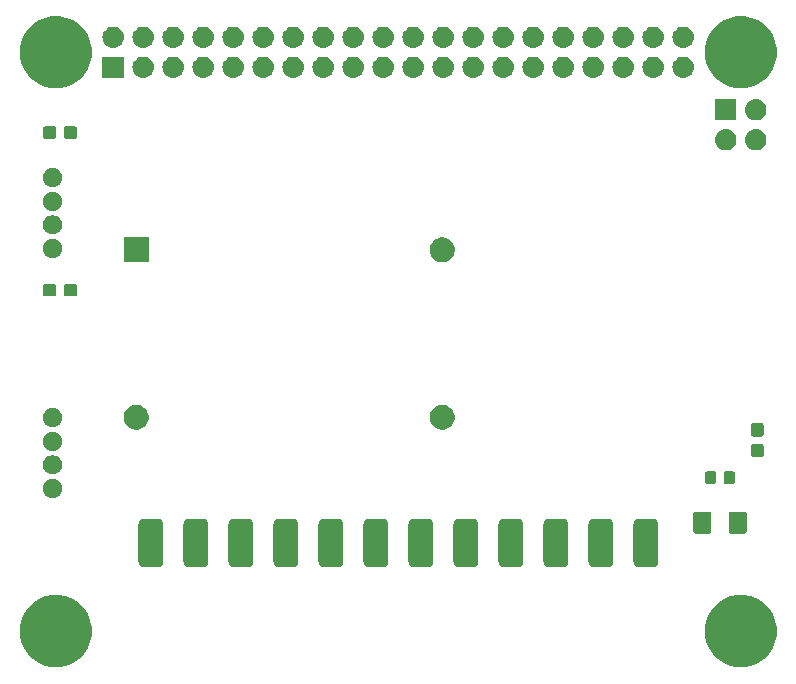
<source format=gbr>
G04 #@! TF.GenerationSoftware,KiCad,Pcbnew,(5.1.0)-1*
G04 #@! TF.CreationDate,2019-03-23T10:05:58-04:00*
G04 #@! TF.ProjectId,doorbot,646f6f72-626f-4742-9e6b-696361645f70,rev?*
G04 #@! TF.SameCoordinates,Original*
G04 #@! TF.FileFunction,Soldermask,Top*
G04 #@! TF.FilePolarity,Negative*
%FSLAX46Y46*%
G04 Gerber Fmt 4.6, Leading zero omitted, Abs format (unit mm)*
G04 Created by KiCad (PCBNEW (5.1.0)-1) date 2019-03-23 10:05:58*
%MOMM*%
%LPD*%
G04 APERTURE LIST*
%ADD10C,0.100000*%
G04 APERTURE END LIST*
D10*
G36*
X168374097Y-112290242D02*
G01*
X168929343Y-112520232D01*
X168929344Y-112520233D01*
X169429053Y-112854128D01*
X169854020Y-113279095D01*
X169854021Y-113279097D01*
X170187916Y-113778805D01*
X170417906Y-114334051D01*
X170535154Y-114923495D01*
X170535154Y-115524493D01*
X170417906Y-116113937D01*
X170187916Y-116669183D01*
X170187915Y-116669184D01*
X169854020Y-117168893D01*
X169429053Y-117593860D01*
X169177501Y-117761942D01*
X168929343Y-117927756D01*
X168374097Y-118157746D01*
X167784653Y-118274994D01*
X167183655Y-118274994D01*
X166594211Y-118157746D01*
X166038965Y-117927756D01*
X165790807Y-117761942D01*
X165539255Y-117593860D01*
X165114288Y-117168893D01*
X164780393Y-116669184D01*
X164780392Y-116669183D01*
X164550402Y-116113937D01*
X164433154Y-115524493D01*
X164433154Y-114923495D01*
X164550402Y-114334051D01*
X164780392Y-113778805D01*
X165114287Y-113279097D01*
X165114288Y-113279095D01*
X165539255Y-112854128D01*
X166038964Y-112520233D01*
X166038965Y-112520232D01*
X166594211Y-112290242D01*
X167183655Y-112172994D01*
X167784653Y-112172994D01*
X168374097Y-112290242D01*
X168374097Y-112290242D01*
G37*
G36*
X110374097Y-112290242D02*
G01*
X110929343Y-112520232D01*
X110929344Y-112520233D01*
X111429053Y-112854128D01*
X111854020Y-113279095D01*
X111854021Y-113279097D01*
X112187916Y-113778805D01*
X112417906Y-114334051D01*
X112535154Y-114923495D01*
X112535154Y-115524493D01*
X112417906Y-116113937D01*
X112187916Y-116669183D01*
X112187915Y-116669184D01*
X111854020Y-117168893D01*
X111429053Y-117593860D01*
X111177501Y-117761942D01*
X110929343Y-117927756D01*
X110374097Y-118157746D01*
X109784653Y-118274994D01*
X109183655Y-118274994D01*
X108594211Y-118157746D01*
X108038965Y-117927756D01*
X107790807Y-117761942D01*
X107539255Y-117593860D01*
X107114288Y-117168893D01*
X106780393Y-116669184D01*
X106780392Y-116669183D01*
X106550402Y-116113937D01*
X106433154Y-115524493D01*
X106433154Y-114923495D01*
X106550402Y-114334051D01*
X106780392Y-113778805D01*
X107114287Y-113279097D01*
X107114288Y-113279095D01*
X107539255Y-112854128D01*
X108038964Y-112520233D01*
X108038965Y-112520232D01*
X108594211Y-112290242D01*
X109183655Y-112172994D01*
X109784653Y-112172994D01*
X110374097Y-112290242D01*
X110374097Y-112290242D01*
G37*
G36*
X148708210Y-105708489D02*
G01*
X148794950Y-105734802D01*
X148874889Y-105777530D01*
X148944962Y-105835038D01*
X149002470Y-105905111D01*
X149045198Y-105985050D01*
X149071511Y-106071790D01*
X149081000Y-106168140D01*
X149081000Y-109331860D01*
X149071511Y-109428210D01*
X149045198Y-109514950D01*
X149002470Y-109594889D01*
X148944962Y-109664962D01*
X148874889Y-109722470D01*
X148794950Y-109765198D01*
X148708210Y-109791511D01*
X148611860Y-109801000D01*
X147448140Y-109801000D01*
X147351790Y-109791511D01*
X147265050Y-109765198D01*
X147185111Y-109722470D01*
X147115038Y-109664962D01*
X147057530Y-109594889D01*
X147014802Y-109514950D01*
X146988489Y-109428210D01*
X146979000Y-109331860D01*
X146979000Y-106168140D01*
X146988489Y-106071790D01*
X147014802Y-105985050D01*
X147057530Y-105905111D01*
X147115038Y-105835038D01*
X147185111Y-105777530D01*
X147265050Y-105734802D01*
X147351790Y-105708489D01*
X147448140Y-105699000D01*
X148611860Y-105699000D01*
X148708210Y-105708489D01*
X148708210Y-105708489D01*
G37*
G36*
X152518210Y-105708489D02*
G01*
X152604950Y-105734802D01*
X152684889Y-105777530D01*
X152754962Y-105835038D01*
X152812470Y-105905111D01*
X152855198Y-105985050D01*
X152881511Y-106071790D01*
X152891000Y-106168140D01*
X152891000Y-109331860D01*
X152881511Y-109428210D01*
X152855198Y-109514950D01*
X152812470Y-109594889D01*
X152754962Y-109664962D01*
X152684889Y-109722470D01*
X152604950Y-109765198D01*
X152518210Y-109791511D01*
X152421860Y-109801000D01*
X151258140Y-109801000D01*
X151161790Y-109791511D01*
X151075050Y-109765198D01*
X150995111Y-109722470D01*
X150925038Y-109664962D01*
X150867530Y-109594889D01*
X150824802Y-109514950D01*
X150798489Y-109428210D01*
X150789000Y-109331860D01*
X150789000Y-106168140D01*
X150798489Y-106071790D01*
X150824802Y-105985050D01*
X150867530Y-105905111D01*
X150925038Y-105835038D01*
X150995111Y-105777530D01*
X151075050Y-105734802D01*
X151161790Y-105708489D01*
X151258140Y-105699000D01*
X152421860Y-105699000D01*
X152518210Y-105708489D01*
X152518210Y-105708489D01*
G37*
G36*
X156328210Y-105708489D02*
G01*
X156414950Y-105734802D01*
X156494889Y-105777530D01*
X156564962Y-105835038D01*
X156622470Y-105905111D01*
X156665198Y-105985050D01*
X156691511Y-106071790D01*
X156701000Y-106168140D01*
X156701000Y-109331860D01*
X156691511Y-109428210D01*
X156665198Y-109514950D01*
X156622470Y-109594889D01*
X156564962Y-109664962D01*
X156494889Y-109722470D01*
X156414950Y-109765198D01*
X156328210Y-109791511D01*
X156231860Y-109801000D01*
X155068140Y-109801000D01*
X154971790Y-109791511D01*
X154885050Y-109765198D01*
X154805111Y-109722470D01*
X154735038Y-109664962D01*
X154677530Y-109594889D01*
X154634802Y-109514950D01*
X154608489Y-109428210D01*
X154599000Y-109331860D01*
X154599000Y-106168140D01*
X154608489Y-106071790D01*
X154634802Y-105985050D01*
X154677530Y-105905111D01*
X154735038Y-105835038D01*
X154805111Y-105777530D01*
X154885050Y-105734802D01*
X154971790Y-105708489D01*
X155068140Y-105699000D01*
X156231860Y-105699000D01*
X156328210Y-105708489D01*
X156328210Y-105708489D01*
G37*
G36*
X144898210Y-105708489D02*
G01*
X144984950Y-105734802D01*
X145064889Y-105777530D01*
X145134962Y-105835038D01*
X145192470Y-105905111D01*
X145235198Y-105985050D01*
X145261511Y-106071790D01*
X145271000Y-106168140D01*
X145271000Y-109331860D01*
X145261511Y-109428210D01*
X145235198Y-109514950D01*
X145192470Y-109594889D01*
X145134962Y-109664962D01*
X145064889Y-109722470D01*
X144984950Y-109765198D01*
X144898210Y-109791511D01*
X144801860Y-109801000D01*
X143638140Y-109801000D01*
X143541790Y-109791511D01*
X143455050Y-109765198D01*
X143375111Y-109722470D01*
X143305038Y-109664962D01*
X143247530Y-109594889D01*
X143204802Y-109514950D01*
X143178489Y-109428210D01*
X143169000Y-109331860D01*
X143169000Y-106168140D01*
X143178489Y-106071790D01*
X143204802Y-105985050D01*
X143247530Y-105905111D01*
X143305038Y-105835038D01*
X143375111Y-105777530D01*
X143455050Y-105734802D01*
X143541790Y-105708489D01*
X143638140Y-105699000D01*
X144801860Y-105699000D01*
X144898210Y-105708489D01*
X144898210Y-105708489D01*
G37*
G36*
X141088210Y-105708489D02*
G01*
X141174950Y-105734802D01*
X141254889Y-105777530D01*
X141324962Y-105835038D01*
X141382470Y-105905111D01*
X141425198Y-105985050D01*
X141451511Y-106071790D01*
X141461000Y-106168140D01*
X141461000Y-109331860D01*
X141451511Y-109428210D01*
X141425198Y-109514950D01*
X141382470Y-109594889D01*
X141324962Y-109664962D01*
X141254889Y-109722470D01*
X141174950Y-109765198D01*
X141088210Y-109791511D01*
X140991860Y-109801000D01*
X139828140Y-109801000D01*
X139731790Y-109791511D01*
X139645050Y-109765198D01*
X139565111Y-109722470D01*
X139495038Y-109664962D01*
X139437530Y-109594889D01*
X139394802Y-109514950D01*
X139368489Y-109428210D01*
X139359000Y-109331860D01*
X139359000Y-106168140D01*
X139368489Y-106071790D01*
X139394802Y-105985050D01*
X139437530Y-105905111D01*
X139495038Y-105835038D01*
X139565111Y-105777530D01*
X139645050Y-105734802D01*
X139731790Y-105708489D01*
X139828140Y-105699000D01*
X140991860Y-105699000D01*
X141088210Y-105708489D01*
X141088210Y-105708489D01*
G37*
G36*
X137278210Y-105708489D02*
G01*
X137364950Y-105734802D01*
X137444889Y-105777530D01*
X137514962Y-105835038D01*
X137572470Y-105905111D01*
X137615198Y-105985050D01*
X137641511Y-106071790D01*
X137651000Y-106168140D01*
X137651000Y-109331860D01*
X137641511Y-109428210D01*
X137615198Y-109514950D01*
X137572470Y-109594889D01*
X137514962Y-109664962D01*
X137444889Y-109722470D01*
X137364950Y-109765198D01*
X137278210Y-109791511D01*
X137181860Y-109801000D01*
X136018140Y-109801000D01*
X135921790Y-109791511D01*
X135835050Y-109765198D01*
X135755111Y-109722470D01*
X135685038Y-109664962D01*
X135627530Y-109594889D01*
X135584802Y-109514950D01*
X135558489Y-109428210D01*
X135549000Y-109331860D01*
X135549000Y-106168140D01*
X135558489Y-106071790D01*
X135584802Y-105985050D01*
X135627530Y-105905111D01*
X135685038Y-105835038D01*
X135755111Y-105777530D01*
X135835050Y-105734802D01*
X135921790Y-105708489D01*
X136018140Y-105699000D01*
X137181860Y-105699000D01*
X137278210Y-105708489D01*
X137278210Y-105708489D01*
G37*
G36*
X133468210Y-105708489D02*
G01*
X133554950Y-105734802D01*
X133634889Y-105777530D01*
X133704962Y-105835038D01*
X133762470Y-105905111D01*
X133805198Y-105985050D01*
X133831511Y-106071790D01*
X133841000Y-106168140D01*
X133841000Y-109331860D01*
X133831511Y-109428210D01*
X133805198Y-109514950D01*
X133762470Y-109594889D01*
X133704962Y-109664962D01*
X133634889Y-109722470D01*
X133554950Y-109765198D01*
X133468210Y-109791511D01*
X133371860Y-109801000D01*
X132208140Y-109801000D01*
X132111790Y-109791511D01*
X132025050Y-109765198D01*
X131945111Y-109722470D01*
X131875038Y-109664962D01*
X131817530Y-109594889D01*
X131774802Y-109514950D01*
X131748489Y-109428210D01*
X131739000Y-109331860D01*
X131739000Y-106168140D01*
X131748489Y-106071790D01*
X131774802Y-105985050D01*
X131817530Y-105905111D01*
X131875038Y-105835038D01*
X131945111Y-105777530D01*
X132025050Y-105734802D01*
X132111790Y-105708489D01*
X132208140Y-105699000D01*
X133371860Y-105699000D01*
X133468210Y-105708489D01*
X133468210Y-105708489D01*
G37*
G36*
X129658210Y-105708489D02*
G01*
X129744950Y-105734802D01*
X129824889Y-105777530D01*
X129894962Y-105835038D01*
X129952470Y-105905111D01*
X129995198Y-105985050D01*
X130021511Y-106071790D01*
X130031000Y-106168140D01*
X130031000Y-109331860D01*
X130021511Y-109428210D01*
X129995198Y-109514950D01*
X129952470Y-109594889D01*
X129894962Y-109664962D01*
X129824889Y-109722470D01*
X129744950Y-109765198D01*
X129658210Y-109791511D01*
X129561860Y-109801000D01*
X128398140Y-109801000D01*
X128301790Y-109791511D01*
X128215050Y-109765198D01*
X128135111Y-109722470D01*
X128065038Y-109664962D01*
X128007530Y-109594889D01*
X127964802Y-109514950D01*
X127938489Y-109428210D01*
X127929000Y-109331860D01*
X127929000Y-106168140D01*
X127938489Y-106071790D01*
X127964802Y-105985050D01*
X128007530Y-105905111D01*
X128065038Y-105835038D01*
X128135111Y-105777530D01*
X128215050Y-105734802D01*
X128301790Y-105708489D01*
X128398140Y-105699000D01*
X129561860Y-105699000D01*
X129658210Y-105708489D01*
X129658210Y-105708489D01*
G37*
G36*
X125848210Y-105708489D02*
G01*
X125934950Y-105734802D01*
X126014889Y-105777530D01*
X126084962Y-105835038D01*
X126142470Y-105905111D01*
X126185198Y-105985050D01*
X126211511Y-106071790D01*
X126221000Y-106168140D01*
X126221000Y-109331860D01*
X126211511Y-109428210D01*
X126185198Y-109514950D01*
X126142470Y-109594889D01*
X126084962Y-109664962D01*
X126014889Y-109722470D01*
X125934950Y-109765198D01*
X125848210Y-109791511D01*
X125751860Y-109801000D01*
X124588140Y-109801000D01*
X124491790Y-109791511D01*
X124405050Y-109765198D01*
X124325111Y-109722470D01*
X124255038Y-109664962D01*
X124197530Y-109594889D01*
X124154802Y-109514950D01*
X124128489Y-109428210D01*
X124119000Y-109331860D01*
X124119000Y-106168140D01*
X124128489Y-106071790D01*
X124154802Y-105985050D01*
X124197530Y-105905111D01*
X124255038Y-105835038D01*
X124325111Y-105777530D01*
X124405050Y-105734802D01*
X124491790Y-105708489D01*
X124588140Y-105699000D01*
X125751860Y-105699000D01*
X125848210Y-105708489D01*
X125848210Y-105708489D01*
G37*
G36*
X122038210Y-105708489D02*
G01*
X122124950Y-105734802D01*
X122204889Y-105777530D01*
X122274962Y-105835038D01*
X122332470Y-105905111D01*
X122375198Y-105985050D01*
X122401511Y-106071790D01*
X122411000Y-106168140D01*
X122411000Y-109331860D01*
X122401511Y-109428210D01*
X122375198Y-109514950D01*
X122332470Y-109594889D01*
X122274962Y-109664962D01*
X122204889Y-109722470D01*
X122124950Y-109765198D01*
X122038210Y-109791511D01*
X121941860Y-109801000D01*
X120778140Y-109801000D01*
X120681790Y-109791511D01*
X120595050Y-109765198D01*
X120515111Y-109722470D01*
X120445038Y-109664962D01*
X120387530Y-109594889D01*
X120344802Y-109514950D01*
X120318489Y-109428210D01*
X120309000Y-109331860D01*
X120309000Y-106168140D01*
X120318489Y-106071790D01*
X120344802Y-105985050D01*
X120387530Y-105905111D01*
X120445038Y-105835038D01*
X120515111Y-105777530D01*
X120595050Y-105734802D01*
X120681790Y-105708489D01*
X120778140Y-105699000D01*
X121941860Y-105699000D01*
X122038210Y-105708489D01*
X122038210Y-105708489D01*
G37*
G36*
X118228210Y-105708489D02*
G01*
X118314950Y-105734802D01*
X118394889Y-105777530D01*
X118464962Y-105835038D01*
X118522470Y-105905111D01*
X118565198Y-105985050D01*
X118591511Y-106071790D01*
X118601000Y-106168140D01*
X118601000Y-109331860D01*
X118591511Y-109428210D01*
X118565198Y-109514950D01*
X118522470Y-109594889D01*
X118464962Y-109664962D01*
X118394889Y-109722470D01*
X118314950Y-109765198D01*
X118228210Y-109791511D01*
X118131860Y-109801000D01*
X116968140Y-109801000D01*
X116871790Y-109791511D01*
X116785050Y-109765198D01*
X116705111Y-109722470D01*
X116635038Y-109664962D01*
X116577530Y-109594889D01*
X116534802Y-109514950D01*
X116508489Y-109428210D01*
X116499000Y-109331860D01*
X116499000Y-106168140D01*
X116508489Y-106071790D01*
X116534802Y-105985050D01*
X116577530Y-105905111D01*
X116635038Y-105835038D01*
X116705111Y-105777530D01*
X116785050Y-105734802D01*
X116871790Y-105708489D01*
X116968140Y-105699000D01*
X118131860Y-105699000D01*
X118228210Y-105708489D01*
X118228210Y-105708489D01*
G37*
G36*
X160138210Y-105708489D02*
G01*
X160224950Y-105734802D01*
X160304889Y-105777530D01*
X160374962Y-105835038D01*
X160432470Y-105905111D01*
X160475198Y-105985050D01*
X160501511Y-106071790D01*
X160511000Y-106168140D01*
X160511000Y-109331860D01*
X160501511Y-109428210D01*
X160475198Y-109514950D01*
X160432470Y-109594889D01*
X160374962Y-109664962D01*
X160304889Y-109722470D01*
X160224950Y-109765198D01*
X160138210Y-109791511D01*
X160041860Y-109801000D01*
X158878140Y-109801000D01*
X158781790Y-109791511D01*
X158695050Y-109765198D01*
X158615111Y-109722470D01*
X158545038Y-109664962D01*
X158487530Y-109594889D01*
X158444802Y-109514950D01*
X158418489Y-109428210D01*
X158409000Y-109331860D01*
X158409000Y-106168140D01*
X158418489Y-106071790D01*
X158444802Y-105985050D01*
X158487530Y-105905111D01*
X158545038Y-105835038D01*
X158615111Y-105777530D01*
X158695050Y-105734802D01*
X158781790Y-105708489D01*
X158878140Y-105699000D01*
X160041860Y-105699000D01*
X160138210Y-105708489D01*
X160138210Y-105708489D01*
G37*
G36*
X167835562Y-105123181D02*
G01*
X167870481Y-105133774D01*
X167902663Y-105150976D01*
X167930873Y-105174127D01*
X167954024Y-105202337D01*
X167971226Y-105234519D01*
X167981819Y-105269438D01*
X167986000Y-105311895D01*
X167986000Y-106778105D01*
X167981819Y-106820562D01*
X167971226Y-106855481D01*
X167954024Y-106887663D01*
X167930873Y-106915873D01*
X167902663Y-106939024D01*
X167870481Y-106956226D01*
X167835562Y-106966819D01*
X167793105Y-106971000D01*
X166651895Y-106971000D01*
X166609438Y-106966819D01*
X166574519Y-106956226D01*
X166542337Y-106939024D01*
X166514127Y-106915873D01*
X166490976Y-106887663D01*
X166473774Y-106855481D01*
X166463181Y-106820562D01*
X166459000Y-106778105D01*
X166459000Y-105311895D01*
X166463181Y-105269438D01*
X166473774Y-105234519D01*
X166490976Y-105202337D01*
X166514127Y-105174127D01*
X166542337Y-105150976D01*
X166574519Y-105133774D01*
X166609438Y-105123181D01*
X166651895Y-105119000D01*
X167793105Y-105119000D01*
X167835562Y-105123181D01*
X167835562Y-105123181D01*
G37*
G36*
X164860562Y-105123181D02*
G01*
X164895481Y-105133774D01*
X164927663Y-105150976D01*
X164955873Y-105174127D01*
X164979024Y-105202337D01*
X164996226Y-105234519D01*
X165006819Y-105269438D01*
X165011000Y-105311895D01*
X165011000Y-106778105D01*
X165006819Y-106820562D01*
X164996226Y-106855481D01*
X164979024Y-106887663D01*
X164955873Y-106915873D01*
X164927663Y-106939024D01*
X164895481Y-106956226D01*
X164860562Y-106966819D01*
X164818105Y-106971000D01*
X163676895Y-106971000D01*
X163634438Y-106966819D01*
X163599519Y-106956226D01*
X163567337Y-106939024D01*
X163539127Y-106915873D01*
X163515976Y-106887663D01*
X163498774Y-106855481D01*
X163488181Y-106820562D01*
X163484000Y-106778105D01*
X163484000Y-105311895D01*
X163488181Y-105269438D01*
X163498774Y-105234519D01*
X163515976Y-105202337D01*
X163539127Y-105174127D01*
X163567337Y-105150976D01*
X163599519Y-105133774D01*
X163634438Y-105123181D01*
X163676895Y-105119000D01*
X164818105Y-105119000D01*
X164860562Y-105123181D01*
X164860562Y-105123181D01*
G37*
G36*
X109457142Y-102373242D02*
G01*
X109605101Y-102434529D01*
X109738255Y-102523499D01*
X109851501Y-102636745D01*
X109940471Y-102769899D01*
X110001758Y-102917858D01*
X110033000Y-103074925D01*
X110033000Y-103235075D01*
X110001758Y-103392142D01*
X109940471Y-103540101D01*
X109851501Y-103673255D01*
X109738255Y-103786501D01*
X109605101Y-103875471D01*
X109457142Y-103936758D01*
X109300075Y-103968000D01*
X109139925Y-103968000D01*
X108982858Y-103936758D01*
X108834899Y-103875471D01*
X108701745Y-103786501D01*
X108588499Y-103673255D01*
X108499529Y-103540101D01*
X108438242Y-103392142D01*
X108407000Y-103235075D01*
X108407000Y-103074925D01*
X108438242Y-102917858D01*
X108499529Y-102769899D01*
X108588499Y-102636745D01*
X108701745Y-102523499D01*
X108834899Y-102434529D01*
X108982858Y-102373242D01*
X109139925Y-102342000D01*
X109300075Y-102342000D01*
X109457142Y-102373242D01*
X109457142Y-102373242D01*
G37*
G36*
X166864591Y-101713085D02*
G01*
X166898569Y-101723393D01*
X166929890Y-101740134D01*
X166957339Y-101762661D01*
X166979866Y-101790110D01*
X166996607Y-101821431D01*
X167006915Y-101855409D01*
X167011000Y-101896890D01*
X167011000Y-102573110D01*
X167006915Y-102614591D01*
X166996607Y-102648569D01*
X166979866Y-102679890D01*
X166957339Y-102707339D01*
X166929890Y-102729866D01*
X166898569Y-102746607D01*
X166864591Y-102756915D01*
X166823110Y-102761000D01*
X166221890Y-102761000D01*
X166180409Y-102756915D01*
X166146431Y-102746607D01*
X166115110Y-102729866D01*
X166087661Y-102707339D01*
X166065134Y-102679890D01*
X166048393Y-102648569D01*
X166038085Y-102614591D01*
X166034000Y-102573110D01*
X166034000Y-101896890D01*
X166038085Y-101855409D01*
X166048393Y-101821431D01*
X166065134Y-101790110D01*
X166087661Y-101762661D01*
X166115110Y-101740134D01*
X166146431Y-101723393D01*
X166180409Y-101713085D01*
X166221890Y-101709000D01*
X166823110Y-101709000D01*
X166864591Y-101713085D01*
X166864591Y-101713085D01*
G37*
G36*
X165289591Y-101713085D02*
G01*
X165323569Y-101723393D01*
X165354890Y-101740134D01*
X165382339Y-101762661D01*
X165404866Y-101790110D01*
X165421607Y-101821431D01*
X165431915Y-101855409D01*
X165436000Y-101896890D01*
X165436000Y-102573110D01*
X165431915Y-102614591D01*
X165421607Y-102648569D01*
X165404866Y-102679890D01*
X165382339Y-102707339D01*
X165354890Y-102729866D01*
X165323569Y-102746607D01*
X165289591Y-102756915D01*
X165248110Y-102761000D01*
X164646890Y-102761000D01*
X164605409Y-102756915D01*
X164571431Y-102746607D01*
X164540110Y-102729866D01*
X164512661Y-102707339D01*
X164490134Y-102679890D01*
X164473393Y-102648569D01*
X164463085Y-102614591D01*
X164459000Y-102573110D01*
X164459000Y-101896890D01*
X164463085Y-101855409D01*
X164473393Y-101821431D01*
X164490134Y-101790110D01*
X164512661Y-101762661D01*
X164540110Y-101740134D01*
X164571431Y-101723393D01*
X164605409Y-101713085D01*
X164646890Y-101709000D01*
X165248110Y-101709000D01*
X165289591Y-101713085D01*
X165289591Y-101713085D01*
G37*
G36*
X109457142Y-100373242D02*
G01*
X109605101Y-100434529D01*
X109738255Y-100523499D01*
X109851501Y-100636745D01*
X109940471Y-100769899D01*
X110001758Y-100917858D01*
X110033000Y-101074925D01*
X110033000Y-101235075D01*
X110001758Y-101392142D01*
X109940471Y-101540101D01*
X109851501Y-101673255D01*
X109738255Y-101786501D01*
X109605101Y-101875471D01*
X109457142Y-101936758D01*
X109300075Y-101968000D01*
X109139925Y-101968000D01*
X108982858Y-101936758D01*
X108834899Y-101875471D01*
X108701745Y-101786501D01*
X108588499Y-101673255D01*
X108499529Y-101540101D01*
X108438242Y-101392142D01*
X108407000Y-101235075D01*
X108407000Y-101074925D01*
X108438242Y-100917858D01*
X108499529Y-100769899D01*
X108588499Y-100636745D01*
X108701745Y-100523499D01*
X108834899Y-100434529D01*
X108982858Y-100373242D01*
X109139925Y-100342000D01*
X109300075Y-100342000D01*
X109457142Y-100373242D01*
X109457142Y-100373242D01*
G37*
G36*
X169274499Y-99363445D02*
G01*
X169311995Y-99374820D01*
X169346554Y-99393292D01*
X169376847Y-99418153D01*
X169401708Y-99448446D01*
X169420180Y-99483005D01*
X169431555Y-99520501D01*
X169436000Y-99565638D01*
X169436000Y-100304362D01*
X169431555Y-100349499D01*
X169420180Y-100386995D01*
X169401708Y-100421554D01*
X169376847Y-100451847D01*
X169346554Y-100476708D01*
X169311995Y-100495180D01*
X169274499Y-100506555D01*
X169229362Y-100511000D01*
X168590638Y-100511000D01*
X168545501Y-100506555D01*
X168508005Y-100495180D01*
X168473446Y-100476708D01*
X168443153Y-100451847D01*
X168418292Y-100421554D01*
X168399820Y-100386995D01*
X168388445Y-100349499D01*
X168384000Y-100304362D01*
X168384000Y-99565638D01*
X168388445Y-99520501D01*
X168399820Y-99483005D01*
X168418292Y-99448446D01*
X168443153Y-99418153D01*
X168473446Y-99393292D01*
X168508005Y-99374820D01*
X168545501Y-99363445D01*
X168590638Y-99359000D01*
X169229362Y-99359000D01*
X169274499Y-99363445D01*
X169274499Y-99363445D01*
G37*
G36*
X109457142Y-98373242D02*
G01*
X109605101Y-98434529D01*
X109738255Y-98523499D01*
X109851501Y-98636745D01*
X109940471Y-98769899D01*
X110001758Y-98917858D01*
X110033000Y-99074925D01*
X110033000Y-99235075D01*
X110001758Y-99392142D01*
X109940471Y-99540101D01*
X109851501Y-99673255D01*
X109738255Y-99786501D01*
X109605101Y-99875471D01*
X109457142Y-99936758D01*
X109300075Y-99968000D01*
X109139925Y-99968000D01*
X108982858Y-99936758D01*
X108834899Y-99875471D01*
X108701745Y-99786501D01*
X108588499Y-99673255D01*
X108499529Y-99540101D01*
X108438242Y-99392142D01*
X108407000Y-99235075D01*
X108407000Y-99074925D01*
X108438242Y-98917858D01*
X108499529Y-98769899D01*
X108588499Y-98636745D01*
X108701745Y-98523499D01*
X108834899Y-98434529D01*
X108982858Y-98373242D01*
X109139925Y-98342000D01*
X109300075Y-98342000D01*
X109457142Y-98373242D01*
X109457142Y-98373242D01*
G37*
G36*
X169274499Y-97613445D02*
G01*
X169311995Y-97624820D01*
X169346554Y-97643292D01*
X169376847Y-97668153D01*
X169401708Y-97698446D01*
X169420180Y-97733005D01*
X169431555Y-97770501D01*
X169436000Y-97815638D01*
X169436000Y-98554362D01*
X169431555Y-98599499D01*
X169420180Y-98636995D01*
X169401708Y-98671554D01*
X169376847Y-98701847D01*
X169346554Y-98726708D01*
X169311995Y-98745180D01*
X169274499Y-98756555D01*
X169229362Y-98761000D01*
X168590638Y-98761000D01*
X168545501Y-98756555D01*
X168508005Y-98745180D01*
X168473446Y-98726708D01*
X168443153Y-98701847D01*
X168418292Y-98671554D01*
X168399820Y-98636995D01*
X168388445Y-98599499D01*
X168384000Y-98554362D01*
X168384000Y-97815638D01*
X168388445Y-97770501D01*
X168399820Y-97733005D01*
X168418292Y-97698446D01*
X168443153Y-97668153D01*
X168473446Y-97643292D01*
X168508005Y-97624820D01*
X168545501Y-97613445D01*
X168590638Y-97609000D01*
X169229362Y-97609000D01*
X169274499Y-97613445D01*
X169274499Y-97613445D01*
G37*
G36*
X116621564Y-96119389D02*
G01*
X116812833Y-96198615D01*
X116812835Y-96198616D01*
X116984973Y-96313635D01*
X117131365Y-96460027D01*
X117246385Y-96632167D01*
X117325611Y-96823436D01*
X117366000Y-97026484D01*
X117366000Y-97233516D01*
X117325611Y-97436564D01*
X117252093Y-97614053D01*
X117246384Y-97627835D01*
X117131365Y-97799973D01*
X116984973Y-97946365D01*
X116812835Y-98061384D01*
X116812834Y-98061385D01*
X116812833Y-98061385D01*
X116621564Y-98140611D01*
X116418516Y-98181000D01*
X116211484Y-98181000D01*
X116008436Y-98140611D01*
X115817167Y-98061385D01*
X115817166Y-98061385D01*
X115817165Y-98061384D01*
X115645027Y-97946365D01*
X115498635Y-97799973D01*
X115383616Y-97627835D01*
X115377907Y-97614053D01*
X115304389Y-97436564D01*
X115264000Y-97233516D01*
X115264000Y-97026484D01*
X115304389Y-96823436D01*
X115383615Y-96632167D01*
X115498635Y-96460027D01*
X115645027Y-96313635D01*
X115817165Y-96198616D01*
X115817167Y-96198615D01*
X116008436Y-96119389D01*
X116211484Y-96079000D01*
X116418516Y-96079000D01*
X116621564Y-96119389D01*
X116621564Y-96119389D01*
G37*
G36*
X142521564Y-96119389D02*
G01*
X142712833Y-96198615D01*
X142712835Y-96198616D01*
X142884973Y-96313635D01*
X143031365Y-96460027D01*
X143146385Y-96632167D01*
X143225611Y-96823436D01*
X143266000Y-97026484D01*
X143266000Y-97233516D01*
X143225611Y-97436564D01*
X143152093Y-97614053D01*
X143146384Y-97627835D01*
X143031365Y-97799973D01*
X142884973Y-97946365D01*
X142712835Y-98061384D01*
X142712834Y-98061385D01*
X142712833Y-98061385D01*
X142521564Y-98140611D01*
X142318516Y-98181000D01*
X142111484Y-98181000D01*
X141908436Y-98140611D01*
X141717167Y-98061385D01*
X141717166Y-98061385D01*
X141717165Y-98061384D01*
X141545027Y-97946365D01*
X141398635Y-97799973D01*
X141283616Y-97627835D01*
X141277907Y-97614053D01*
X141204389Y-97436564D01*
X141164000Y-97233516D01*
X141164000Y-97026484D01*
X141204389Y-96823436D01*
X141283615Y-96632167D01*
X141398635Y-96460027D01*
X141545027Y-96313635D01*
X141717165Y-96198616D01*
X141717167Y-96198615D01*
X141908436Y-96119389D01*
X142111484Y-96079000D01*
X142318516Y-96079000D01*
X142521564Y-96119389D01*
X142521564Y-96119389D01*
G37*
G36*
X109457142Y-96373242D02*
G01*
X109605101Y-96434529D01*
X109738255Y-96523499D01*
X109851501Y-96636745D01*
X109940471Y-96769899D01*
X110001758Y-96917858D01*
X110033000Y-97074925D01*
X110033000Y-97235075D01*
X110001758Y-97392142D01*
X109940471Y-97540101D01*
X109851501Y-97673255D01*
X109738255Y-97786501D01*
X109605101Y-97875471D01*
X109457142Y-97936758D01*
X109300075Y-97968000D01*
X109139925Y-97968000D01*
X108982858Y-97936758D01*
X108834899Y-97875471D01*
X108701745Y-97786501D01*
X108588499Y-97673255D01*
X108499529Y-97540101D01*
X108438242Y-97392142D01*
X108407000Y-97235075D01*
X108407000Y-97074925D01*
X108438242Y-96917858D01*
X108499529Y-96769899D01*
X108588499Y-96636745D01*
X108701745Y-96523499D01*
X108834899Y-96434529D01*
X108982858Y-96373242D01*
X109139925Y-96342000D01*
X109300075Y-96342000D01*
X109457142Y-96373242D01*
X109457142Y-96373242D01*
G37*
G36*
X109394499Y-85838445D02*
G01*
X109431995Y-85849820D01*
X109466554Y-85868292D01*
X109496847Y-85893153D01*
X109521708Y-85923446D01*
X109540180Y-85958005D01*
X109551555Y-85995501D01*
X109556000Y-86040638D01*
X109556000Y-86679362D01*
X109551555Y-86724499D01*
X109540180Y-86761995D01*
X109521708Y-86796554D01*
X109496847Y-86826847D01*
X109466554Y-86851708D01*
X109431995Y-86870180D01*
X109394499Y-86881555D01*
X109349362Y-86886000D01*
X108610638Y-86886000D01*
X108565501Y-86881555D01*
X108528005Y-86870180D01*
X108493446Y-86851708D01*
X108463153Y-86826847D01*
X108438292Y-86796554D01*
X108419820Y-86761995D01*
X108408445Y-86724499D01*
X108404000Y-86679362D01*
X108404000Y-86040638D01*
X108408445Y-85995501D01*
X108419820Y-85958005D01*
X108438292Y-85923446D01*
X108463153Y-85893153D01*
X108493446Y-85868292D01*
X108528005Y-85849820D01*
X108565501Y-85838445D01*
X108610638Y-85834000D01*
X109349362Y-85834000D01*
X109394499Y-85838445D01*
X109394499Y-85838445D01*
G37*
G36*
X111144499Y-85838445D02*
G01*
X111181995Y-85849820D01*
X111216554Y-85868292D01*
X111246847Y-85893153D01*
X111271708Y-85923446D01*
X111290180Y-85958005D01*
X111301555Y-85995501D01*
X111306000Y-86040638D01*
X111306000Y-86679362D01*
X111301555Y-86724499D01*
X111290180Y-86761995D01*
X111271708Y-86796554D01*
X111246847Y-86826847D01*
X111216554Y-86851708D01*
X111181995Y-86870180D01*
X111144499Y-86881555D01*
X111099362Y-86886000D01*
X110360638Y-86886000D01*
X110315501Y-86881555D01*
X110278005Y-86870180D01*
X110243446Y-86851708D01*
X110213153Y-86826847D01*
X110188292Y-86796554D01*
X110169820Y-86761995D01*
X110158445Y-86724499D01*
X110154000Y-86679362D01*
X110154000Y-86040638D01*
X110158445Y-85995501D01*
X110169820Y-85958005D01*
X110188292Y-85923446D01*
X110213153Y-85893153D01*
X110243446Y-85868292D01*
X110278005Y-85849820D01*
X110315501Y-85838445D01*
X110360638Y-85834000D01*
X111099362Y-85834000D01*
X111144499Y-85838445D01*
X111144499Y-85838445D01*
G37*
G36*
X117366000Y-83981000D02*
G01*
X115264000Y-83981000D01*
X115264000Y-81879000D01*
X117366000Y-81879000D01*
X117366000Y-83981000D01*
X117366000Y-83981000D01*
G37*
G36*
X142521564Y-81919389D02*
G01*
X142712833Y-81998615D01*
X142712835Y-81998616D01*
X142794590Y-82053243D01*
X142884973Y-82113635D01*
X143031365Y-82260027D01*
X143146385Y-82432167D01*
X143225611Y-82623436D01*
X143266000Y-82826484D01*
X143266000Y-83033516D01*
X143225611Y-83236564D01*
X143177276Y-83353255D01*
X143146384Y-83427835D01*
X143031365Y-83599973D01*
X142884973Y-83746365D01*
X142712835Y-83861384D01*
X142712834Y-83861385D01*
X142712833Y-83861385D01*
X142521564Y-83940611D01*
X142318516Y-83981000D01*
X142111484Y-83981000D01*
X141908436Y-83940611D01*
X141717167Y-83861385D01*
X141717166Y-83861385D01*
X141717165Y-83861384D01*
X141545027Y-83746365D01*
X141398635Y-83599973D01*
X141283616Y-83427835D01*
X141252724Y-83353255D01*
X141204389Y-83236564D01*
X141164000Y-83033516D01*
X141164000Y-82826484D01*
X141204389Y-82623436D01*
X141283615Y-82432167D01*
X141398635Y-82260027D01*
X141545027Y-82113635D01*
X141635410Y-82053243D01*
X141717165Y-81998616D01*
X141717167Y-81998615D01*
X141908436Y-81919389D01*
X142111484Y-81879000D01*
X142318516Y-81879000D01*
X142521564Y-81919389D01*
X142521564Y-81919389D01*
G37*
G36*
X109457142Y-82053242D02*
G01*
X109605101Y-82114529D01*
X109738255Y-82203499D01*
X109851501Y-82316745D01*
X109940471Y-82449899D01*
X110001758Y-82597858D01*
X110033000Y-82754925D01*
X110033000Y-82915075D01*
X110001758Y-83072142D01*
X109940471Y-83220101D01*
X109851501Y-83353255D01*
X109738255Y-83466501D01*
X109605101Y-83555471D01*
X109457142Y-83616758D01*
X109300075Y-83648000D01*
X109139925Y-83648000D01*
X108982858Y-83616758D01*
X108834899Y-83555471D01*
X108701745Y-83466501D01*
X108588499Y-83353255D01*
X108499529Y-83220101D01*
X108438242Y-83072142D01*
X108407000Y-82915075D01*
X108407000Y-82754925D01*
X108438242Y-82597858D01*
X108499529Y-82449899D01*
X108588499Y-82316745D01*
X108701745Y-82203499D01*
X108834899Y-82114529D01*
X108982858Y-82053242D01*
X109139925Y-82022000D01*
X109300075Y-82022000D01*
X109457142Y-82053242D01*
X109457142Y-82053242D01*
G37*
G36*
X109457142Y-80053242D02*
G01*
X109605101Y-80114529D01*
X109738255Y-80203499D01*
X109851501Y-80316745D01*
X109940471Y-80449899D01*
X110001758Y-80597858D01*
X110033000Y-80754925D01*
X110033000Y-80915075D01*
X110001758Y-81072142D01*
X109940471Y-81220101D01*
X109851501Y-81353255D01*
X109738255Y-81466501D01*
X109605101Y-81555471D01*
X109457142Y-81616758D01*
X109300075Y-81648000D01*
X109139925Y-81648000D01*
X108982858Y-81616758D01*
X108834899Y-81555471D01*
X108701745Y-81466501D01*
X108588499Y-81353255D01*
X108499529Y-81220101D01*
X108438242Y-81072142D01*
X108407000Y-80915075D01*
X108407000Y-80754925D01*
X108438242Y-80597858D01*
X108499529Y-80449899D01*
X108588499Y-80316745D01*
X108701745Y-80203499D01*
X108834899Y-80114529D01*
X108982858Y-80053242D01*
X109139925Y-80022000D01*
X109300075Y-80022000D01*
X109457142Y-80053242D01*
X109457142Y-80053242D01*
G37*
G36*
X109457142Y-78053242D02*
G01*
X109605101Y-78114529D01*
X109738255Y-78203499D01*
X109851501Y-78316745D01*
X109940471Y-78449899D01*
X110001758Y-78597858D01*
X110033000Y-78754925D01*
X110033000Y-78915075D01*
X110001758Y-79072142D01*
X109940471Y-79220101D01*
X109851501Y-79353255D01*
X109738255Y-79466501D01*
X109605101Y-79555471D01*
X109457142Y-79616758D01*
X109300075Y-79648000D01*
X109139925Y-79648000D01*
X108982858Y-79616758D01*
X108834899Y-79555471D01*
X108701745Y-79466501D01*
X108588499Y-79353255D01*
X108499529Y-79220101D01*
X108438242Y-79072142D01*
X108407000Y-78915075D01*
X108407000Y-78754925D01*
X108438242Y-78597858D01*
X108499529Y-78449899D01*
X108588499Y-78316745D01*
X108701745Y-78203499D01*
X108834899Y-78114529D01*
X108982858Y-78053242D01*
X109139925Y-78022000D01*
X109300075Y-78022000D01*
X109457142Y-78053242D01*
X109457142Y-78053242D01*
G37*
G36*
X109457142Y-76053242D02*
G01*
X109605101Y-76114529D01*
X109738255Y-76203499D01*
X109851501Y-76316745D01*
X109940471Y-76449899D01*
X110001758Y-76597858D01*
X110033000Y-76754925D01*
X110033000Y-76915075D01*
X110001758Y-77072142D01*
X109940471Y-77220101D01*
X109851501Y-77353255D01*
X109738255Y-77466501D01*
X109605101Y-77555471D01*
X109457142Y-77616758D01*
X109300075Y-77648000D01*
X109139925Y-77648000D01*
X108982858Y-77616758D01*
X108834899Y-77555471D01*
X108701745Y-77466501D01*
X108588499Y-77353255D01*
X108499529Y-77220101D01*
X108438242Y-77072142D01*
X108407000Y-76915075D01*
X108407000Y-76754925D01*
X108438242Y-76597858D01*
X108499529Y-76449899D01*
X108588499Y-76316745D01*
X108701745Y-76203499D01*
X108834899Y-76114529D01*
X108982858Y-76053242D01*
X109139925Y-76022000D01*
X109300075Y-76022000D01*
X109457142Y-76053242D01*
X109457142Y-76053242D01*
G37*
G36*
X168864597Y-72739513D02*
G01*
X168930781Y-72746031D01*
X169100620Y-72797551D01*
X169257145Y-72881216D01*
X169292883Y-72910546D01*
X169394340Y-72993808D01*
X169477602Y-73095265D01*
X169506932Y-73131003D01*
X169590597Y-73287528D01*
X169642117Y-73457367D01*
X169659513Y-73633994D01*
X169642117Y-73810621D01*
X169590597Y-73980460D01*
X169506932Y-74136985D01*
X169477602Y-74172723D01*
X169394340Y-74274180D01*
X169292883Y-74357442D01*
X169257145Y-74386772D01*
X169100620Y-74470437D01*
X168930781Y-74521957D01*
X168864597Y-74528475D01*
X168798414Y-74534994D01*
X168709894Y-74534994D01*
X168643711Y-74528475D01*
X168577527Y-74521957D01*
X168407688Y-74470437D01*
X168251163Y-74386772D01*
X168215425Y-74357442D01*
X168113968Y-74274180D01*
X168030706Y-74172723D01*
X168001376Y-74136985D01*
X167917711Y-73980460D01*
X167866191Y-73810621D01*
X167848795Y-73633994D01*
X167866191Y-73457367D01*
X167917711Y-73287528D01*
X168001376Y-73131003D01*
X168030706Y-73095265D01*
X168113968Y-72993808D01*
X168215425Y-72910546D01*
X168251163Y-72881216D01*
X168407688Y-72797551D01*
X168577527Y-72746031D01*
X168643711Y-72739513D01*
X168709894Y-72732994D01*
X168798414Y-72732994D01*
X168864597Y-72739513D01*
X168864597Y-72739513D01*
G37*
G36*
X166324597Y-72739513D02*
G01*
X166390781Y-72746031D01*
X166560620Y-72797551D01*
X166717145Y-72881216D01*
X166752883Y-72910546D01*
X166854340Y-72993808D01*
X166937602Y-73095265D01*
X166966932Y-73131003D01*
X167050597Y-73287528D01*
X167102117Y-73457367D01*
X167119513Y-73633994D01*
X167102117Y-73810621D01*
X167050597Y-73980460D01*
X166966932Y-74136985D01*
X166937602Y-74172723D01*
X166854340Y-74274180D01*
X166752883Y-74357442D01*
X166717145Y-74386772D01*
X166560620Y-74470437D01*
X166390781Y-74521957D01*
X166324597Y-74528475D01*
X166258414Y-74534994D01*
X166169894Y-74534994D01*
X166103711Y-74528475D01*
X166037527Y-74521957D01*
X165867688Y-74470437D01*
X165711163Y-74386772D01*
X165675425Y-74357442D01*
X165573968Y-74274180D01*
X165490706Y-74172723D01*
X165461376Y-74136985D01*
X165377711Y-73980460D01*
X165326191Y-73810621D01*
X165308795Y-73633994D01*
X165326191Y-73457367D01*
X165377711Y-73287528D01*
X165461376Y-73131003D01*
X165490706Y-73095265D01*
X165573968Y-72993808D01*
X165675425Y-72910546D01*
X165711163Y-72881216D01*
X165867688Y-72797551D01*
X166037527Y-72746031D01*
X166103711Y-72739513D01*
X166169894Y-72732994D01*
X166258414Y-72732994D01*
X166324597Y-72739513D01*
X166324597Y-72739513D01*
G37*
G36*
X111144499Y-72503445D02*
G01*
X111181995Y-72514820D01*
X111216554Y-72533292D01*
X111246847Y-72558153D01*
X111271708Y-72588446D01*
X111290180Y-72623005D01*
X111301555Y-72660501D01*
X111306000Y-72705638D01*
X111306000Y-73344362D01*
X111301555Y-73389499D01*
X111290180Y-73426995D01*
X111271708Y-73461554D01*
X111246847Y-73491847D01*
X111216554Y-73516708D01*
X111181995Y-73535180D01*
X111144499Y-73546555D01*
X111099362Y-73551000D01*
X110360638Y-73551000D01*
X110315501Y-73546555D01*
X110278005Y-73535180D01*
X110243446Y-73516708D01*
X110213153Y-73491847D01*
X110188292Y-73461554D01*
X110169820Y-73426995D01*
X110158445Y-73389499D01*
X110154000Y-73344362D01*
X110154000Y-72705638D01*
X110158445Y-72660501D01*
X110169820Y-72623005D01*
X110188292Y-72588446D01*
X110213153Y-72558153D01*
X110243446Y-72533292D01*
X110278005Y-72514820D01*
X110315501Y-72503445D01*
X110360638Y-72499000D01*
X111099362Y-72499000D01*
X111144499Y-72503445D01*
X111144499Y-72503445D01*
G37*
G36*
X109394499Y-72503445D02*
G01*
X109431995Y-72514820D01*
X109466554Y-72533292D01*
X109496847Y-72558153D01*
X109521708Y-72588446D01*
X109540180Y-72623005D01*
X109551555Y-72660501D01*
X109556000Y-72705638D01*
X109556000Y-73344362D01*
X109551555Y-73389499D01*
X109540180Y-73426995D01*
X109521708Y-73461554D01*
X109496847Y-73491847D01*
X109466554Y-73516708D01*
X109431995Y-73535180D01*
X109394499Y-73546555D01*
X109349362Y-73551000D01*
X108610638Y-73551000D01*
X108565501Y-73546555D01*
X108528005Y-73535180D01*
X108493446Y-73516708D01*
X108463153Y-73491847D01*
X108438292Y-73461554D01*
X108419820Y-73426995D01*
X108408445Y-73389499D01*
X108404000Y-73344362D01*
X108404000Y-72705638D01*
X108408445Y-72660501D01*
X108419820Y-72623005D01*
X108438292Y-72588446D01*
X108463153Y-72558153D01*
X108493446Y-72533292D01*
X108528005Y-72514820D01*
X108565501Y-72503445D01*
X108610638Y-72499000D01*
X109349362Y-72499000D01*
X109394499Y-72503445D01*
X109394499Y-72503445D01*
G37*
G36*
X167115154Y-71994994D02*
G01*
X165313154Y-71994994D01*
X165313154Y-70192994D01*
X167115154Y-70192994D01*
X167115154Y-71994994D01*
X167115154Y-71994994D01*
G37*
G36*
X168864597Y-70199513D02*
G01*
X168930781Y-70206031D01*
X169100620Y-70257551D01*
X169257145Y-70341216D01*
X169292883Y-70370546D01*
X169394340Y-70453808D01*
X169477602Y-70555265D01*
X169506932Y-70591003D01*
X169590597Y-70747528D01*
X169642117Y-70917367D01*
X169659513Y-71093994D01*
X169642117Y-71270621D01*
X169590597Y-71440460D01*
X169506932Y-71596985D01*
X169477602Y-71632723D01*
X169394340Y-71734180D01*
X169292883Y-71817442D01*
X169257145Y-71846772D01*
X169100620Y-71930437D01*
X168930781Y-71981957D01*
X168864596Y-71988476D01*
X168798414Y-71994994D01*
X168709894Y-71994994D01*
X168643712Y-71988476D01*
X168577527Y-71981957D01*
X168407688Y-71930437D01*
X168251163Y-71846772D01*
X168215425Y-71817442D01*
X168113968Y-71734180D01*
X168030706Y-71632723D01*
X168001376Y-71596985D01*
X167917711Y-71440460D01*
X167866191Y-71270621D01*
X167848795Y-71093994D01*
X167866191Y-70917367D01*
X167917711Y-70747528D01*
X168001376Y-70591003D01*
X168030706Y-70555265D01*
X168113968Y-70453808D01*
X168215425Y-70370546D01*
X168251163Y-70341216D01*
X168407688Y-70257551D01*
X168577527Y-70206031D01*
X168643711Y-70199513D01*
X168709894Y-70192994D01*
X168798414Y-70192994D01*
X168864597Y-70199513D01*
X168864597Y-70199513D01*
G37*
G36*
X110374097Y-63290242D02*
G01*
X110929343Y-63520232D01*
X110929344Y-63520233D01*
X111429053Y-63854128D01*
X111854020Y-64279095D01*
X111854021Y-64279097D01*
X112187916Y-64778805D01*
X112417906Y-65334051D01*
X112535154Y-65923495D01*
X112535154Y-66524493D01*
X112417906Y-67113937D01*
X112187916Y-67669183D01*
X112187915Y-67669184D01*
X111854020Y-68168893D01*
X111429053Y-68593860D01*
X111177501Y-68761942D01*
X110929343Y-68927756D01*
X110374097Y-69157746D01*
X109784653Y-69274994D01*
X109183655Y-69274994D01*
X108594211Y-69157746D01*
X108038965Y-68927756D01*
X107790807Y-68761942D01*
X107539255Y-68593860D01*
X107114288Y-68168893D01*
X106780393Y-67669184D01*
X106780392Y-67669183D01*
X106550402Y-67113937D01*
X106433154Y-66524493D01*
X106433154Y-65923495D01*
X106550402Y-65334051D01*
X106780392Y-64778805D01*
X107114287Y-64279097D01*
X107114288Y-64279095D01*
X107539255Y-63854128D01*
X108038964Y-63520233D01*
X108038965Y-63520232D01*
X108594211Y-63290242D01*
X109183655Y-63172994D01*
X109784653Y-63172994D01*
X110374097Y-63290242D01*
X110374097Y-63290242D01*
G37*
G36*
X168374097Y-63290242D02*
G01*
X168929343Y-63520232D01*
X168929344Y-63520233D01*
X169429053Y-63854128D01*
X169854020Y-64279095D01*
X169854021Y-64279097D01*
X170187916Y-64778805D01*
X170417906Y-65334051D01*
X170535154Y-65923495D01*
X170535154Y-66524493D01*
X170417906Y-67113937D01*
X170187916Y-67669183D01*
X170187915Y-67669184D01*
X169854020Y-68168893D01*
X169429053Y-68593860D01*
X169177501Y-68761942D01*
X168929343Y-68927756D01*
X168374097Y-69157746D01*
X167784653Y-69274994D01*
X167183655Y-69274994D01*
X166594211Y-69157746D01*
X166038965Y-68927756D01*
X165790807Y-68761942D01*
X165539255Y-68593860D01*
X165114288Y-68168893D01*
X164780393Y-67669184D01*
X164780392Y-67669183D01*
X164550402Y-67113937D01*
X164433154Y-66524493D01*
X164433154Y-65923495D01*
X164550402Y-65334051D01*
X164780392Y-64778805D01*
X165114287Y-64279097D01*
X165114288Y-64279095D01*
X165539255Y-63854128D01*
X166038964Y-63520233D01*
X166038965Y-63520232D01*
X166594211Y-63290242D01*
X167183655Y-63172994D01*
X167784653Y-63172994D01*
X168374097Y-63290242D01*
X168374097Y-63290242D01*
G37*
G36*
X132244597Y-66599513D02*
G01*
X132310781Y-66606031D01*
X132480620Y-66657551D01*
X132637145Y-66741216D01*
X132672883Y-66770546D01*
X132774340Y-66853808D01*
X132857602Y-66955265D01*
X132886932Y-66991003D01*
X132970597Y-67147528D01*
X133022117Y-67317367D01*
X133039513Y-67493994D01*
X133022117Y-67670621D01*
X132970597Y-67840460D01*
X132886932Y-67996985D01*
X132857602Y-68032723D01*
X132774340Y-68134180D01*
X132672883Y-68217442D01*
X132637145Y-68246772D01*
X132480620Y-68330437D01*
X132310781Y-68381957D01*
X132244597Y-68388475D01*
X132178414Y-68394994D01*
X132089894Y-68394994D01*
X132023711Y-68388475D01*
X131957527Y-68381957D01*
X131787688Y-68330437D01*
X131631163Y-68246772D01*
X131595425Y-68217442D01*
X131493968Y-68134180D01*
X131410706Y-68032723D01*
X131381376Y-67996985D01*
X131297711Y-67840460D01*
X131246191Y-67670621D01*
X131228795Y-67493994D01*
X131246191Y-67317367D01*
X131297711Y-67147528D01*
X131381376Y-66991003D01*
X131410706Y-66955265D01*
X131493968Y-66853808D01*
X131595425Y-66770546D01*
X131631163Y-66741216D01*
X131787688Y-66657551D01*
X131957527Y-66606031D01*
X132023711Y-66599513D01*
X132089894Y-66592994D01*
X132178414Y-66592994D01*
X132244597Y-66599513D01*
X132244597Y-66599513D01*
G37*
G36*
X162724597Y-66599513D02*
G01*
X162790781Y-66606031D01*
X162960620Y-66657551D01*
X163117145Y-66741216D01*
X163152883Y-66770546D01*
X163254340Y-66853808D01*
X163337602Y-66955265D01*
X163366932Y-66991003D01*
X163450597Y-67147528D01*
X163502117Y-67317367D01*
X163519513Y-67493994D01*
X163502117Y-67670621D01*
X163450597Y-67840460D01*
X163366932Y-67996985D01*
X163337602Y-68032723D01*
X163254340Y-68134180D01*
X163152883Y-68217442D01*
X163117145Y-68246772D01*
X162960620Y-68330437D01*
X162790781Y-68381957D01*
X162724597Y-68388475D01*
X162658414Y-68394994D01*
X162569894Y-68394994D01*
X162503711Y-68388475D01*
X162437527Y-68381957D01*
X162267688Y-68330437D01*
X162111163Y-68246772D01*
X162075425Y-68217442D01*
X161973968Y-68134180D01*
X161890706Y-68032723D01*
X161861376Y-67996985D01*
X161777711Y-67840460D01*
X161726191Y-67670621D01*
X161708795Y-67493994D01*
X161726191Y-67317367D01*
X161777711Y-67147528D01*
X161861376Y-66991003D01*
X161890706Y-66955265D01*
X161973968Y-66853808D01*
X162075425Y-66770546D01*
X162111163Y-66741216D01*
X162267688Y-66657551D01*
X162437527Y-66606031D01*
X162503711Y-66599513D01*
X162569894Y-66592994D01*
X162658414Y-66592994D01*
X162724597Y-66599513D01*
X162724597Y-66599513D01*
G37*
G36*
X160184597Y-66599513D02*
G01*
X160250781Y-66606031D01*
X160420620Y-66657551D01*
X160577145Y-66741216D01*
X160612883Y-66770546D01*
X160714340Y-66853808D01*
X160797602Y-66955265D01*
X160826932Y-66991003D01*
X160910597Y-67147528D01*
X160962117Y-67317367D01*
X160979513Y-67493994D01*
X160962117Y-67670621D01*
X160910597Y-67840460D01*
X160826932Y-67996985D01*
X160797602Y-68032723D01*
X160714340Y-68134180D01*
X160612883Y-68217442D01*
X160577145Y-68246772D01*
X160420620Y-68330437D01*
X160250781Y-68381957D01*
X160184597Y-68388475D01*
X160118414Y-68394994D01*
X160029894Y-68394994D01*
X159963711Y-68388475D01*
X159897527Y-68381957D01*
X159727688Y-68330437D01*
X159571163Y-68246772D01*
X159535425Y-68217442D01*
X159433968Y-68134180D01*
X159350706Y-68032723D01*
X159321376Y-67996985D01*
X159237711Y-67840460D01*
X159186191Y-67670621D01*
X159168795Y-67493994D01*
X159186191Y-67317367D01*
X159237711Y-67147528D01*
X159321376Y-66991003D01*
X159350706Y-66955265D01*
X159433968Y-66853808D01*
X159535425Y-66770546D01*
X159571163Y-66741216D01*
X159727688Y-66657551D01*
X159897527Y-66606031D01*
X159963711Y-66599513D01*
X160029894Y-66592994D01*
X160118414Y-66592994D01*
X160184597Y-66599513D01*
X160184597Y-66599513D01*
G37*
G36*
X157644597Y-66599513D02*
G01*
X157710781Y-66606031D01*
X157880620Y-66657551D01*
X158037145Y-66741216D01*
X158072883Y-66770546D01*
X158174340Y-66853808D01*
X158257602Y-66955265D01*
X158286932Y-66991003D01*
X158370597Y-67147528D01*
X158422117Y-67317367D01*
X158439513Y-67493994D01*
X158422117Y-67670621D01*
X158370597Y-67840460D01*
X158286932Y-67996985D01*
X158257602Y-68032723D01*
X158174340Y-68134180D01*
X158072883Y-68217442D01*
X158037145Y-68246772D01*
X157880620Y-68330437D01*
X157710781Y-68381957D01*
X157644597Y-68388475D01*
X157578414Y-68394994D01*
X157489894Y-68394994D01*
X157423711Y-68388475D01*
X157357527Y-68381957D01*
X157187688Y-68330437D01*
X157031163Y-68246772D01*
X156995425Y-68217442D01*
X156893968Y-68134180D01*
X156810706Y-68032723D01*
X156781376Y-67996985D01*
X156697711Y-67840460D01*
X156646191Y-67670621D01*
X156628795Y-67493994D01*
X156646191Y-67317367D01*
X156697711Y-67147528D01*
X156781376Y-66991003D01*
X156810706Y-66955265D01*
X156893968Y-66853808D01*
X156995425Y-66770546D01*
X157031163Y-66741216D01*
X157187688Y-66657551D01*
X157357527Y-66606031D01*
X157423711Y-66599513D01*
X157489894Y-66592994D01*
X157578414Y-66592994D01*
X157644597Y-66599513D01*
X157644597Y-66599513D01*
G37*
G36*
X155104597Y-66599513D02*
G01*
X155170781Y-66606031D01*
X155340620Y-66657551D01*
X155497145Y-66741216D01*
X155532883Y-66770546D01*
X155634340Y-66853808D01*
X155717602Y-66955265D01*
X155746932Y-66991003D01*
X155830597Y-67147528D01*
X155882117Y-67317367D01*
X155899513Y-67493994D01*
X155882117Y-67670621D01*
X155830597Y-67840460D01*
X155746932Y-67996985D01*
X155717602Y-68032723D01*
X155634340Y-68134180D01*
X155532883Y-68217442D01*
X155497145Y-68246772D01*
X155340620Y-68330437D01*
X155170781Y-68381957D01*
X155104597Y-68388475D01*
X155038414Y-68394994D01*
X154949894Y-68394994D01*
X154883711Y-68388475D01*
X154817527Y-68381957D01*
X154647688Y-68330437D01*
X154491163Y-68246772D01*
X154455425Y-68217442D01*
X154353968Y-68134180D01*
X154270706Y-68032723D01*
X154241376Y-67996985D01*
X154157711Y-67840460D01*
X154106191Y-67670621D01*
X154088795Y-67493994D01*
X154106191Y-67317367D01*
X154157711Y-67147528D01*
X154241376Y-66991003D01*
X154270706Y-66955265D01*
X154353968Y-66853808D01*
X154455425Y-66770546D01*
X154491163Y-66741216D01*
X154647688Y-66657551D01*
X154817527Y-66606031D01*
X154883711Y-66599513D01*
X154949894Y-66592994D01*
X155038414Y-66592994D01*
X155104597Y-66599513D01*
X155104597Y-66599513D01*
G37*
G36*
X152564597Y-66599513D02*
G01*
X152630781Y-66606031D01*
X152800620Y-66657551D01*
X152957145Y-66741216D01*
X152992883Y-66770546D01*
X153094340Y-66853808D01*
X153177602Y-66955265D01*
X153206932Y-66991003D01*
X153290597Y-67147528D01*
X153342117Y-67317367D01*
X153359513Y-67493994D01*
X153342117Y-67670621D01*
X153290597Y-67840460D01*
X153206932Y-67996985D01*
X153177602Y-68032723D01*
X153094340Y-68134180D01*
X152992883Y-68217442D01*
X152957145Y-68246772D01*
X152800620Y-68330437D01*
X152630781Y-68381957D01*
X152564597Y-68388475D01*
X152498414Y-68394994D01*
X152409894Y-68394994D01*
X152343711Y-68388475D01*
X152277527Y-68381957D01*
X152107688Y-68330437D01*
X151951163Y-68246772D01*
X151915425Y-68217442D01*
X151813968Y-68134180D01*
X151730706Y-68032723D01*
X151701376Y-67996985D01*
X151617711Y-67840460D01*
X151566191Y-67670621D01*
X151548795Y-67493994D01*
X151566191Y-67317367D01*
X151617711Y-67147528D01*
X151701376Y-66991003D01*
X151730706Y-66955265D01*
X151813968Y-66853808D01*
X151915425Y-66770546D01*
X151951163Y-66741216D01*
X152107688Y-66657551D01*
X152277527Y-66606031D01*
X152343711Y-66599513D01*
X152409894Y-66592994D01*
X152498414Y-66592994D01*
X152564597Y-66599513D01*
X152564597Y-66599513D01*
G37*
G36*
X150024597Y-66599513D02*
G01*
X150090781Y-66606031D01*
X150260620Y-66657551D01*
X150417145Y-66741216D01*
X150452883Y-66770546D01*
X150554340Y-66853808D01*
X150637602Y-66955265D01*
X150666932Y-66991003D01*
X150750597Y-67147528D01*
X150802117Y-67317367D01*
X150819513Y-67493994D01*
X150802117Y-67670621D01*
X150750597Y-67840460D01*
X150666932Y-67996985D01*
X150637602Y-68032723D01*
X150554340Y-68134180D01*
X150452883Y-68217442D01*
X150417145Y-68246772D01*
X150260620Y-68330437D01*
X150090781Y-68381957D01*
X150024597Y-68388475D01*
X149958414Y-68394994D01*
X149869894Y-68394994D01*
X149803711Y-68388475D01*
X149737527Y-68381957D01*
X149567688Y-68330437D01*
X149411163Y-68246772D01*
X149375425Y-68217442D01*
X149273968Y-68134180D01*
X149190706Y-68032723D01*
X149161376Y-67996985D01*
X149077711Y-67840460D01*
X149026191Y-67670621D01*
X149008795Y-67493994D01*
X149026191Y-67317367D01*
X149077711Y-67147528D01*
X149161376Y-66991003D01*
X149190706Y-66955265D01*
X149273968Y-66853808D01*
X149375425Y-66770546D01*
X149411163Y-66741216D01*
X149567688Y-66657551D01*
X149737527Y-66606031D01*
X149803711Y-66599513D01*
X149869894Y-66592994D01*
X149958414Y-66592994D01*
X150024597Y-66599513D01*
X150024597Y-66599513D01*
G37*
G36*
X147484597Y-66599513D02*
G01*
X147550781Y-66606031D01*
X147720620Y-66657551D01*
X147877145Y-66741216D01*
X147912883Y-66770546D01*
X148014340Y-66853808D01*
X148097602Y-66955265D01*
X148126932Y-66991003D01*
X148210597Y-67147528D01*
X148262117Y-67317367D01*
X148279513Y-67493994D01*
X148262117Y-67670621D01*
X148210597Y-67840460D01*
X148126932Y-67996985D01*
X148097602Y-68032723D01*
X148014340Y-68134180D01*
X147912883Y-68217442D01*
X147877145Y-68246772D01*
X147720620Y-68330437D01*
X147550781Y-68381957D01*
X147484597Y-68388475D01*
X147418414Y-68394994D01*
X147329894Y-68394994D01*
X147263711Y-68388475D01*
X147197527Y-68381957D01*
X147027688Y-68330437D01*
X146871163Y-68246772D01*
X146835425Y-68217442D01*
X146733968Y-68134180D01*
X146650706Y-68032723D01*
X146621376Y-67996985D01*
X146537711Y-67840460D01*
X146486191Y-67670621D01*
X146468795Y-67493994D01*
X146486191Y-67317367D01*
X146537711Y-67147528D01*
X146621376Y-66991003D01*
X146650706Y-66955265D01*
X146733968Y-66853808D01*
X146835425Y-66770546D01*
X146871163Y-66741216D01*
X147027688Y-66657551D01*
X147197527Y-66606031D01*
X147263711Y-66599513D01*
X147329894Y-66592994D01*
X147418414Y-66592994D01*
X147484597Y-66599513D01*
X147484597Y-66599513D01*
G37*
G36*
X115255154Y-68394994D02*
G01*
X113453154Y-68394994D01*
X113453154Y-66592994D01*
X115255154Y-66592994D01*
X115255154Y-68394994D01*
X115255154Y-68394994D01*
G37*
G36*
X144944597Y-66599513D02*
G01*
X145010781Y-66606031D01*
X145180620Y-66657551D01*
X145337145Y-66741216D01*
X145372883Y-66770546D01*
X145474340Y-66853808D01*
X145557602Y-66955265D01*
X145586932Y-66991003D01*
X145670597Y-67147528D01*
X145722117Y-67317367D01*
X145739513Y-67493994D01*
X145722117Y-67670621D01*
X145670597Y-67840460D01*
X145586932Y-67996985D01*
X145557602Y-68032723D01*
X145474340Y-68134180D01*
X145372883Y-68217442D01*
X145337145Y-68246772D01*
X145180620Y-68330437D01*
X145010781Y-68381957D01*
X144944597Y-68388475D01*
X144878414Y-68394994D01*
X144789894Y-68394994D01*
X144723711Y-68388475D01*
X144657527Y-68381957D01*
X144487688Y-68330437D01*
X144331163Y-68246772D01*
X144295425Y-68217442D01*
X144193968Y-68134180D01*
X144110706Y-68032723D01*
X144081376Y-67996985D01*
X143997711Y-67840460D01*
X143946191Y-67670621D01*
X143928795Y-67493994D01*
X143946191Y-67317367D01*
X143997711Y-67147528D01*
X144081376Y-66991003D01*
X144110706Y-66955265D01*
X144193968Y-66853808D01*
X144295425Y-66770546D01*
X144331163Y-66741216D01*
X144487688Y-66657551D01*
X144657527Y-66606031D01*
X144723711Y-66599513D01*
X144789894Y-66592994D01*
X144878414Y-66592994D01*
X144944597Y-66599513D01*
X144944597Y-66599513D01*
G37*
G36*
X142404597Y-66599513D02*
G01*
X142470781Y-66606031D01*
X142640620Y-66657551D01*
X142797145Y-66741216D01*
X142832883Y-66770546D01*
X142934340Y-66853808D01*
X143017602Y-66955265D01*
X143046932Y-66991003D01*
X143130597Y-67147528D01*
X143182117Y-67317367D01*
X143199513Y-67493994D01*
X143182117Y-67670621D01*
X143130597Y-67840460D01*
X143046932Y-67996985D01*
X143017602Y-68032723D01*
X142934340Y-68134180D01*
X142832883Y-68217442D01*
X142797145Y-68246772D01*
X142640620Y-68330437D01*
X142470781Y-68381957D01*
X142404597Y-68388475D01*
X142338414Y-68394994D01*
X142249894Y-68394994D01*
X142183711Y-68388475D01*
X142117527Y-68381957D01*
X141947688Y-68330437D01*
X141791163Y-68246772D01*
X141755425Y-68217442D01*
X141653968Y-68134180D01*
X141570706Y-68032723D01*
X141541376Y-67996985D01*
X141457711Y-67840460D01*
X141406191Y-67670621D01*
X141388795Y-67493994D01*
X141406191Y-67317367D01*
X141457711Y-67147528D01*
X141541376Y-66991003D01*
X141570706Y-66955265D01*
X141653968Y-66853808D01*
X141755425Y-66770546D01*
X141791163Y-66741216D01*
X141947688Y-66657551D01*
X142117527Y-66606031D01*
X142183711Y-66599513D01*
X142249894Y-66592994D01*
X142338414Y-66592994D01*
X142404597Y-66599513D01*
X142404597Y-66599513D01*
G37*
G36*
X117004597Y-66599513D02*
G01*
X117070781Y-66606031D01*
X117240620Y-66657551D01*
X117397145Y-66741216D01*
X117432883Y-66770546D01*
X117534340Y-66853808D01*
X117617602Y-66955265D01*
X117646932Y-66991003D01*
X117730597Y-67147528D01*
X117782117Y-67317367D01*
X117799513Y-67493994D01*
X117782117Y-67670621D01*
X117730597Y-67840460D01*
X117646932Y-67996985D01*
X117617602Y-68032723D01*
X117534340Y-68134180D01*
X117432883Y-68217442D01*
X117397145Y-68246772D01*
X117240620Y-68330437D01*
X117070781Y-68381957D01*
X117004597Y-68388475D01*
X116938414Y-68394994D01*
X116849894Y-68394994D01*
X116783711Y-68388475D01*
X116717527Y-68381957D01*
X116547688Y-68330437D01*
X116391163Y-68246772D01*
X116355425Y-68217442D01*
X116253968Y-68134180D01*
X116170706Y-68032723D01*
X116141376Y-67996985D01*
X116057711Y-67840460D01*
X116006191Y-67670621D01*
X115988795Y-67493994D01*
X116006191Y-67317367D01*
X116057711Y-67147528D01*
X116141376Y-66991003D01*
X116170706Y-66955265D01*
X116253968Y-66853808D01*
X116355425Y-66770546D01*
X116391163Y-66741216D01*
X116547688Y-66657551D01*
X116717527Y-66606031D01*
X116783711Y-66599513D01*
X116849894Y-66592994D01*
X116938414Y-66592994D01*
X117004597Y-66599513D01*
X117004597Y-66599513D01*
G37*
G36*
X129704597Y-66599513D02*
G01*
X129770781Y-66606031D01*
X129940620Y-66657551D01*
X130097145Y-66741216D01*
X130132883Y-66770546D01*
X130234340Y-66853808D01*
X130317602Y-66955265D01*
X130346932Y-66991003D01*
X130430597Y-67147528D01*
X130482117Y-67317367D01*
X130499513Y-67493994D01*
X130482117Y-67670621D01*
X130430597Y-67840460D01*
X130346932Y-67996985D01*
X130317602Y-68032723D01*
X130234340Y-68134180D01*
X130132883Y-68217442D01*
X130097145Y-68246772D01*
X129940620Y-68330437D01*
X129770781Y-68381957D01*
X129704597Y-68388475D01*
X129638414Y-68394994D01*
X129549894Y-68394994D01*
X129483711Y-68388475D01*
X129417527Y-68381957D01*
X129247688Y-68330437D01*
X129091163Y-68246772D01*
X129055425Y-68217442D01*
X128953968Y-68134180D01*
X128870706Y-68032723D01*
X128841376Y-67996985D01*
X128757711Y-67840460D01*
X128706191Y-67670621D01*
X128688795Y-67493994D01*
X128706191Y-67317367D01*
X128757711Y-67147528D01*
X128841376Y-66991003D01*
X128870706Y-66955265D01*
X128953968Y-66853808D01*
X129055425Y-66770546D01*
X129091163Y-66741216D01*
X129247688Y-66657551D01*
X129417527Y-66606031D01*
X129483711Y-66599513D01*
X129549894Y-66592994D01*
X129638414Y-66592994D01*
X129704597Y-66599513D01*
X129704597Y-66599513D01*
G37*
G36*
X127164597Y-66599513D02*
G01*
X127230781Y-66606031D01*
X127400620Y-66657551D01*
X127557145Y-66741216D01*
X127592883Y-66770546D01*
X127694340Y-66853808D01*
X127777602Y-66955265D01*
X127806932Y-66991003D01*
X127890597Y-67147528D01*
X127942117Y-67317367D01*
X127959513Y-67493994D01*
X127942117Y-67670621D01*
X127890597Y-67840460D01*
X127806932Y-67996985D01*
X127777602Y-68032723D01*
X127694340Y-68134180D01*
X127592883Y-68217442D01*
X127557145Y-68246772D01*
X127400620Y-68330437D01*
X127230781Y-68381957D01*
X127164597Y-68388475D01*
X127098414Y-68394994D01*
X127009894Y-68394994D01*
X126943711Y-68388475D01*
X126877527Y-68381957D01*
X126707688Y-68330437D01*
X126551163Y-68246772D01*
X126515425Y-68217442D01*
X126413968Y-68134180D01*
X126330706Y-68032723D01*
X126301376Y-67996985D01*
X126217711Y-67840460D01*
X126166191Y-67670621D01*
X126148795Y-67493994D01*
X126166191Y-67317367D01*
X126217711Y-67147528D01*
X126301376Y-66991003D01*
X126330706Y-66955265D01*
X126413968Y-66853808D01*
X126515425Y-66770546D01*
X126551163Y-66741216D01*
X126707688Y-66657551D01*
X126877527Y-66606031D01*
X126943711Y-66599513D01*
X127009894Y-66592994D01*
X127098414Y-66592994D01*
X127164597Y-66599513D01*
X127164597Y-66599513D01*
G37*
G36*
X134784597Y-66599513D02*
G01*
X134850781Y-66606031D01*
X135020620Y-66657551D01*
X135177145Y-66741216D01*
X135212883Y-66770546D01*
X135314340Y-66853808D01*
X135397602Y-66955265D01*
X135426932Y-66991003D01*
X135510597Y-67147528D01*
X135562117Y-67317367D01*
X135579513Y-67493994D01*
X135562117Y-67670621D01*
X135510597Y-67840460D01*
X135426932Y-67996985D01*
X135397602Y-68032723D01*
X135314340Y-68134180D01*
X135212883Y-68217442D01*
X135177145Y-68246772D01*
X135020620Y-68330437D01*
X134850781Y-68381957D01*
X134784597Y-68388475D01*
X134718414Y-68394994D01*
X134629894Y-68394994D01*
X134563711Y-68388475D01*
X134497527Y-68381957D01*
X134327688Y-68330437D01*
X134171163Y-68246772D01*
X134135425Y-68217442D01*
X134033968Y-68134180D01*
X133950706Y-68032723D01*
X133921376Y-67996985D01*
X133837711Y-67840460D01*
X133786191Y-67670621D01*
X133768795Y-67493994D01*
X133786191Y-67317367D01*
X133837711Y-67147528D01*
X133921376Y-66991003D01*
X133950706Y-66955265D01*
X134033968Y-66853808D01*
X134135425Y-66770546D01*
X134171163Y-66741216D01*
X134327688Y-66657551D01*
X134497527Y-66606031D01*
X134563711Y-66599513D01*
X134629894Y-66592994D01*
X134718414Y-66592994D01*
X134784597Y-66599513D01*
X134784597Y-66599513D01*
G37*
G36*
X124624597Y-66599513D02*
G01*
X124690781Y-66606031D01*
X124860620Y-66657551D01*
X125017145Y-66741216D01*
X125052883Y-66770546D01*
X125154340Y-66853808D01*
X125237602Y-66955265D01*
X125266932Y-66991003D01*
X125350597Y-67147528D01*
X125402117Y-67317367D01*
X125419513Y-67493994D01*
X125402117Y-67670621D01*
X125350597Y-67840460D01*
X125266932Y-67996985D01*
X125237602Y-68032723D01*
X125154340Y-68134180D01*
X125052883Y-68217442D01*
X125017145Y-68246772D01*
X124860620Y-68330437D01*
X124690781Y-68381957D01*
X124624597Y-68388475D01*
X124558414Y-68394994D01*
X124469894Y-68394994D01*
X124403711Y-68388475D01*
X124337527Y-68381957D01*
X124167688Y-68330437D01*
X124011163Y-68246772D01*
X123975425Y-68217442D01*
X123873968Y-68134180D01*
X123790706Y-68032723D01*
X123761376Y-67996985D01*
X123677711Y-67840460D01*
X123626191Y-67670621D01*
X123608795Y-67493994D01*
X123626191Y-67317367D01*
X123677711Y-67147528D01*
X123761376Y-66991003D01*
X123790706Y-66955265D01*
X123873968Y-66853808D01*
X123975425Y-66770546D01*
X124011163Y-66741216D01*
X124167688Y-66657551D01*
X124337527Y-66606031D01*
X124403711Y-66599513D01*
X124469894Y-66592994D01*
X124558414Y-66592994D01*
X124624597Y-66599513D01*
X124624597Y-66599513D01*
G37*
G36*
X137324597Y-66599513D02*
G01*
X137390781Y-66606031D01*
X137560620Y-66657551D01*
X137717145Y-66741216D01*
X137752883Y-66770546D01*
X137854340Y-66853808D01*
X137937602Y-66955265D01*
X137966932Y-66991003D01*
X138050597Y-67147528D01*
X138102117Y-67317367D01*
X138119513Y-67493994D01*
X138102117Y-67670621D01*
X138050597Y-67840460D01*
X137966932Y-67996985D01*
X137937602Y-68032723D01*
X137854340Y-68134180D01*
X137752883Y-68217442D01*
X137717145Y-68246772D01*
X137560620Y-68330437D01*
X137390781Y-68381957D01*
X137324597Y-68388475D01*
X137258414Y-68394994D01*
X137169894Y-68394994D01*
X137103711Y-68388475D01*
X137037527Y-68381957D01*
X136867688Y-68330437D01*
X136711163Y-68246772D01*
X136675425Y-68217442D01*
X136573968Y-68134180D01*
X136490706Y-68032723D01*
X136461376Y-67996985D01*
X136377711Y-67840460D01*
X136326191Y-67670621D01*
X136308795Y-67493994D01*
X136326191Y-67317367D01*
X136377711Y-67147528D01*
X136461376Y-66991003D01*
X136490706Y-66955265D01*
X136573968Y-66853808D01*
X136675425Y-66770546D01*
X136711163Y-66741216D01*
X136867688Y-66657551D01*
X137037527Y-66606031D01*
X137103711Y-66599513D01*
X137169894Y-66592994D01*
X137258414Y-66592994D01*
X137324597Y-66599513D01*
X137324597Y-66599513D01*
G37*
G36*
X122084597Y-66599513D02*
G01*
X122150781Y-66606031D01*
X122320620Y-66657551D01*
X122477145Y-66741216D01*
X122512883Y-66770546D01*
X122614340Y-66853808D01*
X122697602Y-66955265D01*
X122726932Y-66991003D01*
X122810597Y-67147528D01*
X122862117Y-67317367D01*
X122879513Y-67493994D01*
X122862117Y-67670621D01*
X122810597Y-67840460D01*
X122726932Y-67996985D01*
X122697602Y-68032723D01*
X122614340Y-68134180D01*
X122512883Y-68217442D01*
X122477145Y-68246772D01*
X122320620Y-68330437D01*
X122150781Y-68381957D01*
X122084597Y-68388475D01*
X122018414Y-68394994D01*
X121929894Y-68394994D01*
X121863711Y-68388475D01*
X121797527Y-68381957D01*
X121627688Y-68330437D01*
X121471163Y-68246772D01*
X121435425Y-68217442D01*
X121333968Y-68134180D01*
X121250706Y-68032723D01*
X121221376Y-67996985D01*
X121137711Y-67840460D01*
X121086191Y-67670621D01*
X121068795Y-67493994D01*
X121086191Y-67317367D01*
X121137711Y-67147528D01*
X121221376Y-66991003D01*
X121250706Y-66955265D01*
X121333968Y-66853808D01*
X121435425Y-66770546D01*
X121471163Y-66741216D01*
X121627688Y-66657551D01*
X121797527Y-66606031D01*
X121863711Y-66599513D01*
X121929894Y-66592994D01*
X122018414Y-66592994D01*
X122084597Y-66599513D01*
X122084597Y-66599513D01*
G37*
G36*
X139864597Y-66599513D02*
G01*
X139930781Y-66606031D01*
X140100620Y-66657551D01*
X140257145Y-66741216D01*
X140292883Y-66770546D01*
X140394340Y-66853808D01*
X140477602Y-66955265D01*
X140506932Y-66991003D01*
X140590597Y-67147528D01*
X140642117Y-67317367D01*
X140659513Y-67493994D01*
X140642117Y-67670621D01*
X140590597Y-67840460D01*
X140506932Y-67996985D01*
X140477602Y-68032723D01*
X140394340Y-68134180D01*
X140292883Y-68217442D01*
X140257145Y-68246772D01*
X140100620Y-68330437D01*
X139930781Y-68381957D01*
X139864597Y-68388475D01*
X139798414Y-68394994D01*
X139709894Y-68394994D01*
X139643711Y-68388475D01*
X139577527Y-68381957D01*
X139407688Y-68330437D01*
X139251163Y-68246772D01*
X139215425Y-68217442D01*
X139113968Y-68134180D01*
X139030706Y-68032723D01*
X139001376Y-67996985D01*
X138917711Y-67840460D01*
X138866191Y-67670621D01*
X138848795Y-67493994D01*
X138866191Y-67317367D01*
X138917711Y-67147528D01*
X139001376Y-66991003D01*
X139030706Y-66955265D01*
X139113968Y-66853808D01*
X139215425Y-66770546D01*
X139251163Y-66741216D01*
X139407688Y-66657551D01*
X139577527Y-66606031D01*
X139643711Y-66599513D01*
X139709894Y-66592994D01*
X139798414Y-66592994D01*
X139864597Y-66599513D01*
X139864597Y-66599513D01*
G37*
G36*
X119544597Y-66599513D02*
G01*
X119610781Y-66606031D01*
X119780620Y-66657551D01*
X119937145Y-66741216D01*
X119972883Y-66770546D01*
X120074340Y-66853808D01*
X120157602Y-66955265D01*
X120186932Y-66991003D01*
X120270597Y-67147528D01*
X120322117Y-67317367D01*
X120339513Y-67493994D01*
X120322117Y-67670621D01*
X120270597Y-67840460D01*
X120186932Y-67996985D01*
X120157602Y-68032723D01*
X120074340Y-68134180D01*
X119972883Y-68217442D01*
X119937145Y-68246772D01*
X119780620Y-68330437D01*
X119610781Y-68381957D01*
X119544597Y-68388475D01*
X119478414Y-68394994D01*
X119389894Y-68394994D01*
X119323711Y-68388475D01*
X119257527Y-68381957D01*
X119087688Y-68330437D01*
X118931163Y-68246772D01*
X118895425Y-68217442D01*
X118793968Y-68134180D01*
X118710706Y-68032723D01*
X118681376Y-67996985D01*
X118597711Y-67840460D01*
X118546191Y-67670621D01*
X118528795Y-67493994D01*
X118546191Y-67317367D01*
X118597711Y-67147528D01*
X118681376Y-66991003D01*
X118710706Y-66955265D01*
X118793968Y-66853808D01*
X118895425Y-66770546D01*
X118931163Y-66741216D01*
X119087688Y-66657551D01*
X119257527Y-66606031D01*
X119323711Y-66599513D01*
X119389894Y-66592994D01*
X119478414Y-66592994D01*
X119544597Y-66599513D01*
X119544597Y-66599513D01*
G37*
G36*
X119544597Y-64059513D02*
G01*
X119610781Y-64066031D01*
X119780620Y-64117551D01*
X119937145Y-64201216D01*
X119972883Y-64230546D01*
X120074340Y-64313808D01*
X120157602Y-64415265D01*
X120186932Y-64451003D01*
X120270597Y-64607528D01*
X120322117Y-64777367D01*
X120339513Y-64953994D01*
X120322117Y-65130621D01*
X120270597Y-65300460D01*
X120186932Y-65456985D01*
X120157602Y-65492723D01*
X120074340Y-65594180D01*
X119972883Y-65677442D01*
X119937145Y-65706772D01*
X119780620Y-65790437D01*
X119610781Y-65841957D01*
X119544596Y-65848476D01*
X119478414Y-65854994D01*
X119389894Y-65854994D01*
X119323712Y-65848476D01*
X119257527Y-65841957D01*
X119087688Y-65790437D01*
X118931163Y-65706772D01*
X118895425Y-65677442D01*
X118793968Y-65594180D01*
X118710706Y-65492723D01*
X118681376Y-65456985D01*
X118597711Y-65300460D01*
X118546191Y-65130621D01*
X118528795Y-64953994D01*
X118546191Y-64777367D01*
X118597711Y-64607528D01*
X118681376Y-64451003D01*
X118710706Y-64415265D01*
X118793968Y-64313808D01*
X118895425Y-64230546D01*
X118931163Y-64201216D01*
X119087688Y-64117551D01*
X119257527Y-64066031D01*
X119323711Y-64059513D01*
X119389894Y-64052994D01*
X119478414Y-64052994D01*
X119544597Y-64059513D01*
X119544597Y-64059513D01*
G37*
G36*
X144944597Y-64059513D02*
G01*
X145010781Y-64066031D01*
X145180620Y-64117551D01*
X145337145Y-64201216D01*
X145372883Y-64230546D01*
X145474340Y-64313808D01*
X145557602Y-64415265D01*
X145586932Y-64451003D01*
X145670597Y-64607528D01*
X145722117Y-64777367D01*
X145739513Y-64953994D01*
X145722117Y-65130621D01*
X145670597Y-65300460D01*
X145586932Y-65456985D01*
X145557602Y-65492723D01*
X145474340Y-65594180D01*
X145372883Y-65677442D01*
X145337145Y-65706772D01*
X145180620Y-65790437D01*
X145010781Y-65841957D01*
X144944596Y-65848476D01*
X144878414Y-65854994D01*
X144789894Y-65854994D01*
X144723712Y-65848476D01*
X144657527Y-65841957D01*
X144487688Y-65790437D01*
X144331163Y-65706772D01*
X144295425Y-65677442D01*
X144193968Y-65594180D01*
X144110706Y-65492723D01*
X144081376Y-65456985D01*
X143997711Y-65300460D01*
X143946191Y-65130621D01*
X143928795Y-64953994D01*
X143946191Y-64777367D01*
X143997711Y-64607528D01*
X144081376Y-64451003D01*
X144110706Y-64415265D01*
X144193968Y-64313808D01*
X144295425Y-64230546D01*
X144331163Y-64201216D01*
X144487688Y-64117551D01*
X144657527Y-64066031D01*
X144723711Y-64059513D01*
X144789894Y-64052994D01*
X144878414Y-64052994D01*
X144944597Y-64059513D01*
X144944597Y-64059513D01*
G37*
G36*
X142404597Y-64059513D02*
G01*
X142470781Y-64066031D01*
X142640620Y-64117551D01*
X142797145Y-64201216D01*
X142832883Y-64230546D01*
X142934340Y-64313808D01*
X143017602Y-64415265D01*
X143046932Y-64451003D01*
X143130597Y-64607528D01*
X143182117Y-64777367D01*
X143199513Y-64953994D01*
X143182117Y-65130621D01*
X143130597Y-65300460D01*
X143046932Y-65456985D01*
X143017602Y-65492723D01*
X142934340Y-65594180D01*
X142832883Y-65677442D01*
X142797145Y-65706772D01*
X142640620Y-65790437D01*
X142470781Y-65841957D01*
X142404596Y-65848476D01*
X142338414Y-65854994D01*
X142249894Y-65854994D01*
X142183712Y-65848476D01*
X142117527Y-65841957D01*
X141947688Y-65790437D01*
X141791163Y-65706772D01*
X141755425Y-65677442D01*
X141653968Y-65594180D01*
X141570706Y-65492723D01*
X141541376Y-65456985D01*
X141457711Y-65300460D01*
X141406191Y-65130621D01*
X141388795Y-64953994D01*
X141406191Y-64777367D01*
X141457711Y-64607528D01*
X141541376Y-64451003D01*
X141570706Y-64415265D01*
X141653968Y-64313808D01*
X141755425Y-64230546D01*
X141791163Y-64201216D01*
X141947688Y-64117551D01*
X142117527Y-64066031D01*
X142183711Y-64059513D01*
X142249894Y-64052994D01*
X142338414Y-64052994D01*
X142404597Y-64059513D01*
X142404597Y-64059513D01*
G37*
G36*
X139864597Y-64059513D02*
G01*
X139930781Y-64066031D01*
X140100620Y-64117551D01*
X140257145Y-64201216D01*
X140292883Y-64230546D01*
X140394340Y-64313808D01*
X140477602Y-64415265D01*
X140506932Y-64451003D01*
X140590597Y-64607528D01*
X140642117Y-64777367D01*
X140659513Y-64953994D01*
X140642117Y-65130621D01*
X140590597Y-65300460D01*
X140506932Y-65456985D01*
X140477602Y-65492723D01*
X140394340Y-65594180D01*
X140292883Y-65677442D01*
X140257145Y-65706772D01*
X140100620Y-65790437D01*
X139930781Y-65841957D01*
X139864596Y-65848476D01*
X139798414Y-65854994D01*
X139709894Y-65854994D01*
X139643712Y-65848476D01*
X139577527Y-65841957D01*
X139407688Y-65790437D01*
X139251163Y-65706772D01*
X139215425Y-65677442D01*
X139113968Y-65594180D01*
X139030706Y-65492723D01*
X139001376Y-65456985D01*
X138917711Y-65300460D01*
X138866191Y-65130621D01*
X138848795Y-64953994D01*
X138866191Y-64777367D01*
X138917711Y-64607528D01*
X139001376Y-64451003D01*
X139030706Y-64415265D01*
X139113968Y-64313808D01*
X139215425Y-64230546D01*
X139251163Y-64201216D01*
X139407688Y-64117551D01*
X139577527Y-64066031D01*
X139643711Y-64059513D01*
X139709894Y-64052994D01*
X139798414Y-64052994D01*
X139864597Y-64059513D01*
X139864597Y-64059513D01*
G37*
G36*
X137324597Y-64059513D02*
G01*
X137390781Y-64066031D01*
X137560620Y-64117551D01*
X137717145Y-64201216D01*
X137752883Y-64230546D01*
X137854340Y-64313808D01*
X137937602Y-64415265D01*
X137966932Y-64451003D01*
X138050597Y-64607528D01*
X138102117Y-64777367D01*
X138119513Y-64953994D01*
X138102117Y-65130621D01*
X138050597Y-65300460D01*
X137966932Y-65456985D01*
X137937602Y-65492723D01*
X137854340Y-65594180D01*
X137752883Y-65677442D01*
X137717145Y-65706772D01*
X137560620Y-65790437D01*
X137390781Y-65841957D01*
X137324596Y-65848476D01*
X137258414Y-65854994D01*
X137169894Y-65854994D01*
X137103712Y-65848476D01*
X137037527Y-65841957D01*
X136867688Y-65790437D01*
X136711163Y-65706772D01*
X136675425Y-65677442D01*
X136573968Y-65594180D01*
X136490706Y-65492723D01*
X136461376Y-65456985D01*
X136377711Y-65300460D01*
X136326191Y-65130621D01*
X136308795Y-64953994D01*
X136326191Y-64777367D01*
X136377711Y-64607528D01*
X136461376Y-64451003D01*
X136490706Y-64415265D01*
X136573968Y-64313808D01*
X136675425Y-64230546D01*
X136711163Y-64201216D01*
X136867688Y-64117551D01*
X137037527Y-64066031D01*
X137103711Y-64059513D01*
X137169894Y-64052994D01*
X137258414Y-64052994D01*
X137324597Y-64059513D01*
X137324597Y-64059513D01*
G37*
G36*
X134784597Y-64059513D02*
G01*
X134850781Y-64066031D01*
X135020620Y-64117551D01*
X135177145Y-64201216D01*
X135212883Y-64230546D01*
X135314340Y-64313808D01*
X135397602Y-64415265D01*
X135426932Y-64451003D01*
X135510597Y-64607528D01*
X135562117Y-64777367D01*
X135579513Y-64953994D01*
X135562117Y-65130621D01*
X135510597Y-65300460D01*
X135426932Y-65456985D01*
X135397602Y-65492723D01*
X135314340Y-65594180D01*
X135212883Y-65677442D01*
X135177145Y-65706772D01*
X135020620Y-65790437D01*
X134850781Y-65841957D01*
X134784596Y-65848476D01*
X134718414Y-65854994D01*
X134629894Y-65854994D01*
X134563712Y-65848476D01*
X134497527Y-65841957D01*
X134327688Y-65790437D01*
X134171163Y-65706772D01*
X134135425Y-65677442D01*
X134033968Y-65594180D01*
X133950706Y-65492723D01*
X133921376Y-65456985D01*
X133837711Y-65300460D01*
X133786191Y-65130621D01*
X133768795Y-64953994D01*
X133786191Y-64777367D01*
X133837711Y-64607528D01*
X133921376Y-64451003D01*
X133950706Y-64415265D01*
X134033968Y-64313808D01*
X134135425Y-64230546D01*
X134171163Y-64201216D01*
X134327688Y-64117551D01*
X134497527Y-64066031D01*
X134563711Y-64059513D01*
X134629894Y-64052994D01*
X134718414Y-64052994D01*
X134784597Y-64059513D01*
X134784597Y-64059513D01*
G37*
G36*
X132244597Y-64059513D02*
G01*
X132310781Y-64066031D01*
X132480620Y-64117551D01*
X132637145Y-64201216D01*
X132672883Y-64230546D01*
X132774340Y-64313808D01*
X132857602Y-64415265D01*
X132886932Y-64451003D01*
X132970597Y-64607528D01*
X133022117Y-64777367D01*
X133039513Y-64953994D01*
X133022117Y-65130621D01*
X132970597Y-65300460D01*
X132886932Y-65456985D01*
X132857602Y-65492723D01*
X132774340Y-65594180D01*
X132672883Y-65677442D01*
X132637145Y-65706772D01*
X132480620Y-65790437D01*
X132310781Y-65841957D01*
X132244596Y-65848476D01*
X132178414Y-65854994D01*
X132089894Y-65854994D01*
X132023712Y-65848476D01*
X131957527Y-65841957D01*
X131787688Y-65790437D01*
X131631163Y-65706772D01*
X131595425Y-65677442D01*
X131493968Y-65594180D01*
X131410706Y-65492723D01*
X131381376Y-65456985D01*
X131297711Y-65300460D01*
X131246191Y-65130621D01*
X131228795Y-64953994D01*
X131246191Y-64777367D01*
X131297711Y-64607528D01*
X131381376Y-64451003D01*
X131410706Y-64415265D01*
X131493968Y-64313808D01*
X131595425Y-64230546D01*
X131631163Y-64201216D01*
X131787688Y-64117551D01*
X131957527Y-64066031D01*
X132023711Y-64059513D01*
X132089894Y-64052994D01*
X132178414Y-64052994D01*
X132244597Y-64059513D01*
X132244597Y-64059513D01*
G37*
G36*
X129704597Y-64059513D02*
G01*
X129770781Y-64066031D01*
X129940620Y-64117551D01*
X130097145Y-64201216D01*
X130132883Y-64230546D01*
X130234340Y-64313808D01*
X130317602Y-64415265D01*
X130346932Y-64451003D01*
X130430597Y-64607528D01*
X130482117Y-64777367D01*
X130499513Y-64953994D01*
X130482117Y-65130621D01*
X130430597Y-65300460D01*
X130346932Y-65456985D01*
X130317602Y-65492723D01*
X130234340Y-65594180D01*
X130132883Y-65677442D01*
X130097145Y-65706772D01*
X129940620Y-65790437D01*
X129770781Y-65841957D01*
X129704596Y-65848476D01*
X129638414Y-65854994D01*
X129549894Y-65854994D01*
X129483712Y-65848476D01*
X129417527Y-65841957D01*
X129247688Y-65790437D01*
X129091163Y-65706772D01*
X129055425Y-65677442D01*
X128953968Y-65594180D01*
X128870706Y-65492723D01*
X128841376Y-65456985D01*
X128757711Y-65300460D01*
X128706191Y-65130621D01*
X128688795Y-64953994D01*
X128706191Y-64777367D01*
X128757711Y-64607528D01*
X128841376Y-64451003D01*
X128870706Y-64415265D01*
X128953968Y-64313808D01*
X129055425Y-64230546D01*
X129091163Y-64201216D01*
X129247688Y-64117551D01*
X129417527Y-64066031D01*
X129483711Y-64059513D01*
X129549894Y-64052994D01*
X129638414Y-64052994D01*
X129704597Y-64059513D01*
X129704597Y-64059513D01*
G37*
G36*
X127164597Y-64059513D02*
G01*
X127230781Y-64066031D01*
X127400620Y-64117551D01*
X127557145Y-64201216D01*
X127592883Y-64230546D01*
X127694340Y-64313808D01*
X127777602Y-64415265D01*
X127806932Y-64451003D01*
X127890597Y-64607528D01*
X127942117Y-64777367D01*
X127959513Y-64953994D01*
X127942117Y-65130621D01*
X127890597Y-65300460D01*
X127806932Y-65456985D01*
X127777602Y-65492723D01*
X127694340Y-65594180D01*
X127592883Y-65677442D01*
X127557145Y-65706772D01*
X127400620Y-65790437D01*
X127230781Y-65841957D01*
X127164596Y-65848476D01*
X127098414Y-65854994D01*
X127009894Y-65854994D01*
X126943712Y-65848476D01*
X126877527Y-65841957D01*
X126707688Y-65790437D01*
X126551163Y-65706772D01*
X126515425Y-65677442D01*
X126413968Y-65594180D01*
X126330706Y-65492723D01*
X126301376Y-65456985D01*
X126217711Y-65300460D01*
X126166191Y-65130621D01*
X126148795Y-64953994D01*
X126166191Y-64777367D01*
X126217711Y-64607528D01*
X126301376Y-64451003D01*
X126330706Y-64415265D01*
X126413968Y-64313808D01*
X126515425Y-64230546D01*
X126551163Y-64201216D01*
X126707688Y-64117551D01*
X126877527Y-64066031D01*
X126943711Y-64059513D01*
X127009894Y-64052994D01*
X127098414Y-64052994D01*
X127164597Y-64059513D01*
X127164597Y-64059513D01*
G37*
G36*
X124624597Y-64059513D02*
G01*
X124690781Y-64066031D01*
X124860620Y-64117551D01*
X125017145Y-64201216D01*
X125052883Y-64230546D01*
X125154340Y-64313808D01*
X125237602Y-64415265D01*
X125266932Y-64451003D01*
X125350597Y-64607528D01*
X125402117Y-64777367D01*
X125419513Y-64953994D01*
X125402117Y-65130621D01*
X125350597Y-65300460D01*
X125266932Y-65456985D01*
X125237602Y-65492723D01*
X125154340Y-65594180D01*
X125052883Y-65677442D01*
X125017145Y-65706772D01*
X124860620Y-65790437D01*
X124690781Y-65841957D01*
X124624596Y-65848476D01*
X124558414Y-65854994D01*
X124469894Y-65854994D01*
X124403712Y-65848476D01*
X124337527Y-65841957D01*
X124167688Y-65790437D01*
X124011163Y-65706772D01*
X123975425Y-65677442D01*
X123873968Y-65594180D01*
X123790706Y-65492723D01*
X123761376Y-65456985D01*
X123677711Y-65300460D01*
X123626191Y-65130621D01*
X123608795Y-64953994D01*
X123626191Y-64777367D01*
X123677711Y-64607528D01*
X123761376Y-64451003D01*
X123790706Y-64415265D01*
X123873968Y-64313808D01*
X123975425Y-64230546D01*
X124011163Y-64201216D01*
X124167688Y-64117551D01*
X124337527Y-64066031D01*
X124403711Y-64059513D01*
X124469894Y-64052994D01*
X124558414Y-64052994D01*
X124624597Y-64059513D01*
X124624597Y-64059513D01*
G37*
G36*
X114464597Y-64059513D02*
G01*
X114530781Y-64066031D01*
X114700620Y-64117551D01*
X114857145Y-64201216D01*
X114892883Y-64230546D01*
X114994340Y-64313808D01*
X115077602Y-64415265D01*
X115106932Y-64451003D01*
X115190597Y-64607528D01*
X115242117Y-64777367D01*
X115259513Y-64953994D01*
X115242117Y-65130621D01*
X115190597Y-65300460D01*
X115106932Y-65456985D01*
X115077602Y-65492723D01*
X114994340Y-65594180D01*
X114892883Y-65677442D01*
X114857145Y-65706772D01*
X114700620Y-65790437D01*
X114530781Y-65841957D01*
X114464596Y-65848476D01*
X114398414Y-65854994D01*
X114309894Y-65854994D01*
X114243712Y-65848476D01*
X114177527Y-65841957D01*
X114007688Y-65790437D01*
X113851163Y-65706772D01*
X113815425Y-65677442D01*
X113713968Y-65594180D01*
X113630706Y-65492723D01*
X113601376Y-65456985D01*
X113517711Y-65300460D01*
X113466191Y-65130621D01*
X113448795Y-64953994D01*
X113466191Y-64777367D01*
X113517711Y-64607528D01*
X113601376Y-64451003D01*
X113630706Y-64415265D01*
X113713968Y-64313808D01*
X113815425Y-64230546D01*
X113851163Y-64201216D01*
X114007688Y-64117551D01*
X114177527Y-64066031D01*
X114243711Y-64059513D01*
X114309894Y-64052994D01*
X114398414Y-64052994D01*
X114464597Y-64059513D01*
X114464597Y-64059513D01*
G37*
G36*
X117004597Y-64059513D02*
G01*
X117070781Y-64066031D01*
X117240620Y-64117551D01*
X117397145Y-64201216D01*
X117432883Y-64230546D01*
X117534340Y-64313808D01*
X117617602Y-64415265D01*
X117646932Y-64451003D01*
X117730597Y-64607528D01*
X117782117Y-64777367D01*
X117799513Y-64953994D01*
X117782117Y-65130621D01*
X117730597Y-65300460D01*
X117646932Y-65456985D01*
X117617602Y-65492723D01*
X117534340Y-65594180D01*
X117432883Y-65677442D01*
X117397145Y-65706772D01*
X117240620Y-65790437D01*
X117070781Y-65841957D01*
X117004596Y-65848476D01*
X116938414Y-65854994D01*
X116849894Y-65854994D01*
X116783712Y-65848476D01*
X116717527Y-65841957D01*
X116547688Y-65790437D01*
X116391163Y-65706772D01*
X116355425Y-65677442D01*
X116253968Y-65594180D01*
X116170706Y-65492723D01*
X116141376Y-65456985D01*
X116057711Y-65300460D01*
X116006191Y-65130621D01*
X115988795Y-64953994D01*
X116006191Y-64777367D01*
X116057711Y-64607528D01*
X116141376Y-64451003D01*
X116170706Y-64415265D01*
X116253968Y-64313808D01*
X116355425Y-64230546D01*
X116391163Y-64201216D01*
X116547688Y-64117551D01*
X116717527Y-64066031D01*
X116783711Y-64059513D01*
X116849894Y-64052994D01*
X116938414Y-64052994D01*
X117004597Y-64059513D01*
X117004597Y-64059513D01*
G37*
G36*
X122084597Y-64059513D02*
G01*
X122150781Y-64066031D01*
X122320620Y-64117551D01*
X122477145Y-64201216D01*
X122512883Y-64230546D01*
X122614340Y-64313808D01*
X122697602Y-64415265D01*
X122726932Y-64451003D01*
X122810597Y-64607528D01*
X122862117Y-64777367D01*
X122879513Y-64953994D01*
X122862117Y-65130621D01*
X122810597Y-65300460D01*
X122726932Y-65456985D01*
X122697602Y-65492723D01*
X122614340Y-65594180D01*
X122512883Y-65677442D01*
X122477145Y-65706772D01*
X122320620Y-65790437D01*
X122150781Y-65841957D01*
X122084596Y-65848476D01*
X122018414Y-65854994D01*
X121929894Y-65854994D01*
X121863712Y-65848476D01*
X121797527Y-65841957D01*
X121627688Y-65790437D01*
X121471163Y-65706772D01*
X121435425Y-65677442D01*
X121333968Y-65594180D01*
X121250706Y-65492723D01*
X121221376Y-65456985D01*
X121137711Y-65300460D01*
X121086191Y-65130621D01*
X121068795Y-64953994D01*
X121086191Y-64777367D01*
X121137711Y-64607528D01*
X121221376Y-64451003D01*
X121250706Y-64415265D01*
X121333968Y-64313808D01*
X121435425Y-64230546D01*
X121471163Y-64201216D01*
X121627688Y-64117551D01*
X121797527Y-64066031D01*
X121863711Y-64059513D01*
X121929894Y-64052994D01*
X122018414Y-64052994D01*
X122084597Y-64059513D01*
X122084597Y-64059513D01*
G37*
G36*
X162724597Y-64059513D02*
G01*
X162790781Y-64066031D01*
X162960620Y-64117551D01*
X163117145Y-64201216D01*
X163152883Y-64230546D01*
X163254340Y-64313808D01*
X163337602Y-64415265D01*
X163366932Y-64451003D01*
X163450597Y-64607528D01*
X163502117Y-64777367D01*
X163519513Y-64953994D01*
X163502117Y-65130621D01*
X163450597Y-65300460D01*
X163366932Y-65456985D01*
X163337602Y-65492723D01*
X163254340Y-65594180D01*
X163152883Y-65677442D01*
X163117145Y-65706772D01*
X162960620Y-65790437D01*
X162790781Y-65841957D01*
X162724596Y-65848476D01*
X162658414Y-65854994D01*
X162569894Y-65854994D01*
X162503712Y-65848476D01*
X162437527Y-65841957D01*
X162267688Y-65790437D01*
X162111163Y-65706772D01*
X162075425Y-65677442D01*
X161973968Y-65594180D01*
X161890706Y-65492723D01*
X161861376Y-65456985D01*
X161777711Y-65300460D01*
X161726191Y-65130621D01*
X161708795Y-64953994D01*
X161726191Y-64777367D01*
X161777711Y-64607528D01*
X161861376Y-64451003D01*
X161890706Y-64415265D01*
X161973968Y-64313808D01*
X162075425Y-64230546D01*
X162111163Y-64201216D01*
X162267688Y-64117551D01*
X162437527Y-64066031D01*
X162503711Y-64059513D01*
X162569894Y-64052994D01*
X162658414Y-64052994D01*
X162724597Y-64059513D01*
X162724597Y-64059513D01*
G37*
G36*
X160184597Y-64059513D02*
G01*
X160250781Y-64066031D01*
X160420620Y-64117551D01*
X160577145Y-64201216D01*
X160612883Y-64230546D01*
X160714340Y-64313808D01*
X160797602Y-64415265D01*
X160826932Y-64451003D01*
X160910597Y-64607528D01*
X160962117Y-64777367D01*
X160979513Y-64953994D01*
X160962117Y-65130621D01*
X160910597Y-65300460D01*
X160826932Y-65456985D01*
X160797602Y-65492723D01*
X160714340Y-65594180D01*
X160612883Y-65677442D01*
X160577145Y-65706772D01*
X160420620Y-65790437D01*
X160250781Y-65841957D01*
X160184596Y-65848476D01*
X160118414Y-65854994D01*
X160029894Y-65854994D01*
X159963712Y-65848476D01*
X159897527Y-65841957D01*
X159727688Y-65790437D01*
X159571163Y-65706772D01*
X159535425Y-65677442D01*
X159433968Y-65594180D01*
X159350706Y-65492723D01*
X159321376Y-65456985D01*
X159237711Y-65300460D01*
X159186191Y-65130621D01*
X159168795Y-64953994D01*
X159186191Y-64777367D01*
X159237711Y-64607528D01*
X159321376Y-64451003D01*
X159350706Y-64415265D01*
X159433968Y-64313808D01*
X159535425Y-64230546D01*
X159571163Y-64201216D01*
X159727688Y-64117551D01*
X159897527Y-64066031D01*
X159963711Y-64059513D01*
X160029894Y-64052994D01*
X160118414Y-64052994D01*
X160184597Y-64059513D01*
X160184597Y-64059513D01*
G37*
G36*
X157644597Y-64059513D02*
G01*
X157710781Y-64066031D01*
X157880620Y-64117551D01*
X158037145Y-64201216D01*
X158072883Y-64230546D01*
X158174340Y-64313808D01*
X158257602Y-64415265D01*
X158286932Y-64451003D01*
X158370597Y-64607528D01*
X158422117Y-64777367D01*
X158439513Y-64953994D01*
X158422117Y-65130621D01*
X158370597Y-65300460D01*
X158286932Y-65456985D01*
X158257602Y-65492723D01*
X158174340Y-65594180D01*
X158072883Y-65677442D01*
X158037145Y-65706772D01*
X157880620Y-65790437D01*
X157710781Y-65841957D01*
X157644596Y-65848476D01*
X157578414Y-65854994D01*
X157489894Y-65854994D01*
X157423712Y-65848476D01*
X157357527Y-65841957D01*
X157187688Y-65790437D01*
X157031163Y-65706772D01*
X156995425Y-65677442D01*
X156893968Y-65594180D01*
X156810706Y-65492723D01*
X156781376Y-65456985D01*
X156697711Y-65300460D01*
X156646191Y-65130621D01*
X156628795Y-64953994D01*
X156646191Y-64777367D01*
X156697711Y-64607528D01*
X156781376Y-64451003D01*
X156810706Y-64415265D01*
X156893968Y-64313808D01*
X156995425Y-64230546D01*
X157031163Y-64201216D01*
X157187688Y-64117551D01*
X157357527Y-64066031D01*
X157423711Y-64059513D01*
X157489894Y-64052994D01*
X157578414Y-64052994D01*
X157644597Y-64059513D01*
X157644597Y-64059513D01*
G37*
G36*
X155104597Y-64059513D02*
G01*
X155170781Y-64066031D01*
X155340620Y-64117551D01*
X155497145Y-64201216D01*
X155532883Y-64230546D01*
X155634340Y-64313808D01*
X155717602Y-64415265D01*
X155746932Y-64451003D01*
X155830597Y-64607528D01*
X155882117Y-64777367D01*
X155899513Y-64953994D01*
X155882117Y-65130621D01*
X155830597Y-65300460D01*
X155746932Y-65456985D01*
X155717602Y-65492723D01*
X155634340Y-65594180D01*
X155532883Y-65677442D01*
X155497145Y-65706772D01*
X155340620Y-65790437D01*
X155170781Y-65841957D01*
X155104596Y-65848476D01*
X155038414Y-65854994D01*
X154949894Y-65854994D01*
X154883712Y-65848476D01*
X154817527Y-65841957D01*
X154647688Y-65790437D01*
X154491163Y-65706772D01*
X154455425Y-65677442D01*
X154353968Y-65594180D01*
X154270706Y-65492723D01*
X154241376Y-65456985D01*
X154157711Y-65300460D01*
X154106191Y-65130621D01*
X154088795Y-64953994D01*
X154106191Y-64777367D01*
X154157711Y-64607528D01*
X154241376Y-64451003D01*
X154270706Y-64415265D01*
X154353968Y-64313808D01*
X154455425Y-64230546D01*
X154491163Y-64201216D01*
X154647688Y-64117551D01*
X154817527Y-64066031D01*
X154883711Y-64059513D01*
X154949894Y-64052994D01*
X155038414Y-64052994D01*
X155104597Y-64059513D01*
X155104597Y-64059513D01*
G37*
G36*
X152564597Y-64059513D02*
G01*
X152630781Y-64066031D01*
X152800620Y-64117551D01*
X152957145Y-64201216D01*
X152992883Y-64230546D01*
X153094340Y-64313808D01*
X153177602Y-64415265D01*
X153206932Y-64451003D01*
X153290597Y-64607528D01*
X153342117Y-64777367D01*
X153359513Y-64953994D01*
X153342117Y-65130621D01*
X153290597Y-65300460D01*
X153206932Y-65456985D01*
X153177602Y-65492723D01*
X153094340Y-65594180D01*
X152992883Y-65677442D01*
X152957145Y-65706772D01*
X152800620Y-65790437D01*
X152630781Y-65841957D01*
X152564596Y-65848476D01*
X152498414Y-65854994D01*
X152409894Y-65854994D01*
X152343712Y-65848476D01*
X152277527Y-65841957D01*
X152107688Y-65790437D01*
X151951163Y-65706772D01*
X151915425Y-65677442D01*
X151813968Y-65594180D01*
X151730706Y-65492723D01*
X151701376Y-65456985D01*
X151617711Y-65300460D01*
X151566191Y-65130621D01*
X151548795Y-64953994D01*
X151566191Y-64777367D01*
X151617711Y-64607528D01*
X151701376Y-64451003D01*
X151730706Y-64415265D01*
X151813968Y-64313808D01*
X151915425Y-64230546D01*
X151951163Y-64201216D01*
X152107688Y-64117551D01*
X152277527Y-64066031D01*
X152343711Y-64059513D01*
X152409894Y-64052994D01*
X152498414Y-64052994D01*
X152564597Y-64059513D01*
X152564597Y-64059513D01*
G37*
G36*
X150024597Y-64059513D02*
G01*
X150090781Y-64066031D01*
X150260620Y-64117551D01*
X150417145Y-64201216D01*
X150452883Y-64230546D01*
X150554340Y-64313808D01*
X150637602Y-64415265D01*
X150666932Y-64451003D01*
X150750597Y-64607528D01*
X150802117Y-64777367D01*
X150819513Y-64953994D01*
X150802117Y-65130621D01*
X150750597Y-65300460D01*
X150666932Y-65456985D01*
X150637602Y-65492723D01*
X150554340Y-65594180D01*
X150452883Y-65677442D01*
X150417145Y-65706772D01*
X150260620Y-65790437D01*
X150090781Y-65841957D01*
X150024596Y-65848476D01*
X149958414Y-65854994D01*
X149869894Y-65854994D01*
X149803712Y-65848476D01*
X149737527Y-65841957D01*
X149567688Y-65790437D01*
X149411163Y-65706772D01*
X149375425Y-65677442D01*
X149273968Y-65594180D01*
X149190706Y-65492723D01*
X149161376Y-65456985D01*
X149077711Y-65300460D01*
X149026191Y-65130621D01*
X149008795Y-64953994D01*
X149026191Y-64777367D01*
X149077711Y-64607528D01*
X149161376Y-64451003D01*
X149190706Y-64415265D01*
X149273968Y-64313808D01*
X149375425Y-64230546D01*
X149411163Y-64201216D01*
X149567688Y-64117551D01*
X149737527Y-64066031D01*
X149803711Y-64059513D01*
X149869894Y-64052994D01*
X149958414Y-64052994D01*
X150024597Y-64059513D01*
X150024597Y-64059513D01*
G37*
G36*
X147484597Y-64059513D02*
G01*
X147550781Y-64066031D01*
X147720620Y-64117551D01*
X147877145Y-64201216D01*
X147912883Y-64230546D01*
X148014340Y-64313808D01*
X148097602Y-64415265D01*
X148126932Y-64451003D01*
X148210597Y-64607528D01*
X148262117Y-64777367D01*
X148279513Y-64953994D01*
X148262117Y-65130621D01*
X148210597Y-65300460D01*
X148126932Y-65456985D01*
X148097602Y-65492723D01*
X148014340Y-65594180D01*
X147912883Y-65677442D01*
X147877145Y-65706772D01*
X147720620Y-65790437D01*
X147550781Y-65841957D01*
X147484596Y-65848476D01*
X147418414Y-65854994D01*
X147329894Y-65854994D01*
X147263712Y-65848476D01*
X147197527Y-65841957D01*
X147027688Y-65790437D01*
X146871163Y-65706772D01*
X146835425Y-65677442D01*
X146733968Y-65594180D01*
X146650706Y-65492723D01*
X146621376Y-65456985D01*
X146537711Y-65300460D01*
X146486191Y-65130621D01*
X146468795Y-64953994D01*
X146486191Y-64777367D01*
X146537711Y-64607528D01*
X146621376Y-64451003D01*
X146650706Y-64415265D01*
X146733968Y-64313808D01*
X146835425Y-64230546D01*
X146871163Y-64201216D01*
X147027688Y-64117551D01*
X147197527Y-64066031D01*
X147263711Y-64059513D01*
X147329894Y-64052994D01*
X147418414Y-64052994D01*
X147484597Y-64059513D01*
X147484597Y-64059513D01*
G37*
M02*

</source>
